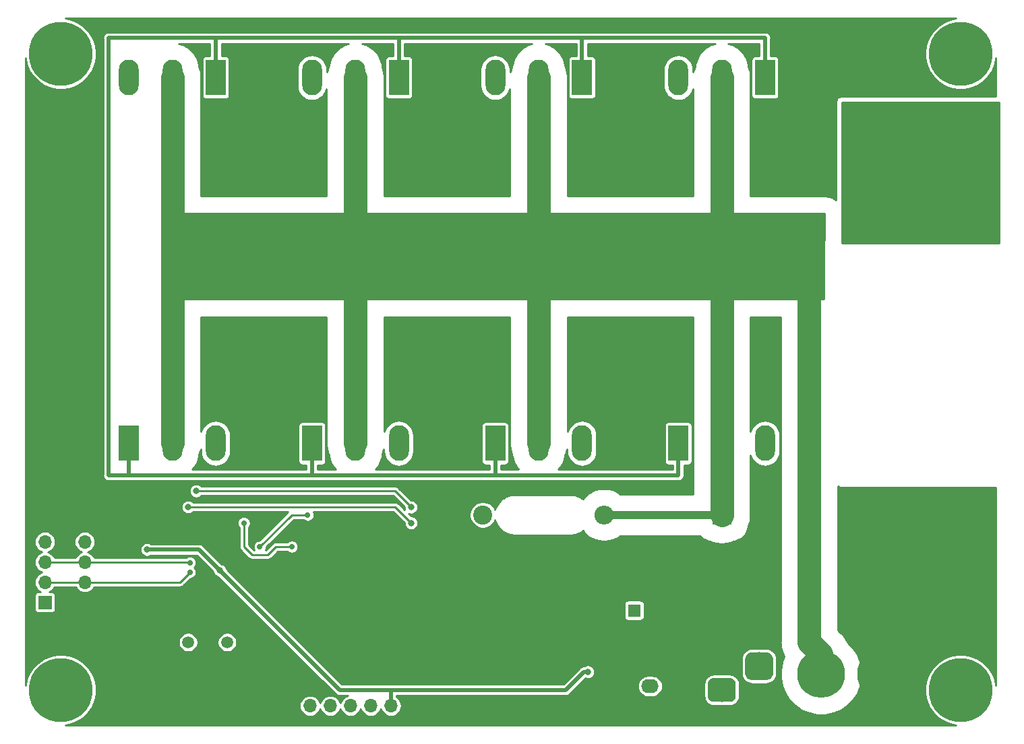
<source format=gbr>
G04 #@! TF.GenerationSoftware,KiCad,Pcbnew,(5.0.1)-3*
G04 #@! TF.CreationDate,2021-05-27T11:26:18+02:00*
G04 #@! TF.ProjectId,mega328 400w load,6D6567613332382034303077206C6F61,rev?*
G04 #@! TF.SameCoordinates,Original*
G04 #@! TF.FileFunction,Copper,L2,Bot,Signal*
G04 #@! TF.FilePolarity,Positive*
%FSLAX46Y46*%
G04 Gerber Fmt 4.6, Leading zero omitted, Abs format (unit mm)*
G04 Created by KiCad (PCBNEW (5.0.1)-3) date 27/05/2021 11:26:18*
%MOMM*%
%LPD*%
G01*
G04 APERTURE LIST*
G04 #@! TA.AperFunction,ComponentPad*
%ADD10R,2.400000X2.400000*%
G04 #@! TD*
G04 #@! TA.AperFunction,ComponentPad*
%ADD11C,2.400000*%
G04 #@! TD*
G04 #@! TA.AperFunction,ComponentPad*
%ADD12O,2.500000X4.500000*%
G04 #@! TD*
G04 #@! TA.AperFunction,ComponentPad*
%ADD13R,2.500000X4.500000*%
G04 #@! TD*
G04 #@! TA.AperFunction,ComponentPad*
%ADD14O,2.400000X2.400000*%
G04 #@! TD*
G04 #@! TA.AperFunction,ComponentPad*
%ADD15C,1.500000*%
G04 #@! TD*
G04 #@! TA.AperFunction,ComponentPad*
%ADD16C,6.000000*%
G04 #@! TD*
G04 #@! TA.AperFunction,Conductor*
%ADD17C,0.050800*%
G04 #@! TD*
G04 #@! TA.AperFunction,ComponentPad*
%ADD18C,1.740000*%
G04 #@! TD*
G04 #@! TA.AperFunction,ComponentPad*
%ADD19O,2.200000X1.740000*%
G04 #@! TD*
G04 #@! TA.AperFunction,ComponentPad*
%ADD20R,3.500000X3.500000*%
G04 #@! TD*
G04 #@! TA.AperFunction,ComponentPad*
%ADD21C,3.000000*%
G04 #@! TD*
G04 #@! TA.AperFunction,ComponentPad*
%ADD22C,3.500000*%
G04 #@! TD*
G04 #@! TA.AperFunction,ComponentPad*
%ADD23C,1.100000*%
G04 #@! TD*
G04 #@! TA.AperFunction,ComponentPad*
%ADD24C,16.800000*%
G04 #@! TD*
G04 #@! TA.AperFunction,ComponentPad*
%ADD25C,0.900000*%
G04 #@! TD*
G04 #@! TA.AperFunction,ComponentPad*
%ADD26C,8.000000*%
G04 #@! TD*
G04 #@! TA.AperFunction,ComponentPad*
%ADD27R,1.600000X1.600000*%
G04 #@! TD*
G04 #@! TA.AperFunction,ComponentPad*
%ADD28C,1.600000*%
G04 #@! TD*
G04 #@! TA.AperFunction,ComponentPad*
%ADD29R,1.700000X1.700000*%
G04 #@! TD*
G04 #@! TA.AperFunction,ComponentPad*
%ADD30O,1.700000X1.700000*%
G04 #@! TD*
G04 #@! TA.AperFunction,ViaPad*
%ADD31C,0.700000*%
G04 #@! TD*
G04 #@! TA.AperFunction,ViaPad*
%ADD32C,0.800000*%
G04 #@! TD*
G04 #@! TA.AperFunction,Conductor*
%ADD33C,0.250000*%
G04 #@! TD*
G04 #@! TA.AperFunction,Conductor*
%ADD34C,0.500000*%
G04 #@! TD*
G04 #@! TA.AperFunction,Conductor*
%ADD35C,3.000000*%
G04 #@! TD*
G04 #@! TA.AperFunction,Conductor*
%ADD36C,1.000000*%
G04 #@! TD*
G04 APERTURE END LIST*
D10*
G04 #@! TO.P,C8,1*
G04 #@! TO.N,+VDC*
X155000000Y-102000000D03*
D11*
G04 #@! TO.P,C8,2*
G04 #@! TO.N,GND*
X155000000Y-109500000D03*
G04 #@! TD*
D12*
G04 #@! TO.P,Q1,3*
G04 #@! TO.N,Net-(J2-Pad1)*
X91450000Y-93000000D03*
G04 #@! TO.P,Q1,2*
G04 #@! TO.N,+VDC*
X86000000Y-93000000D03*
D13*
G04 #@! TO.P,Q1,1*
G04 #@! TO.N,Net-(C5-Pad1)*
X80550000Y-93000000D03*
G04 #@! TD*
G04 #@! TO.P,Q2,1*
G04 #@! TO.N,Net-(C5-Pad1)*
X103550000Y-93000000D03*
D12*
G04 #@! TO.P,Q2,2*
G04 #@! TO.N,+VDC*
X109000000Y-93000000D03*
G04 #@! TO.P,Q2,3*
G04 #@! TO.N,Net-(J2-Pad1)*
X114450000Y-93000000D03*
G04 #@! TD*
G04 #@! TO.P,Q3,3*
G04 #@! TO.N,Net-(J2-Pad1)*
X137450000Y-93000000D03*
G04 #@! TO.P,Q3,2*
G04 #@! TO.N,+VDC*
X132000000Y-93000000D03*
D13*
G04 #@! TO.P,Q3,1*
G04 #@! TO.N,Net-(C5-Pad1)*
X126550000Y-93000000D03*
G04 #@! TD*
G04 #@! TO.P,Q4,1*
G04 #@! TO.N,Net-(C5-Pad1)*
X149550000Y-93000000D03*
D12*
G04 #@! TO.P,Q4,2*
G04 #@! TO.N,+VDC*
X155000000Y-93000000D03*
G04 #@! TO.P,Q4,3*
G04 #@! TO.N,Net-(J2-Pad1)*
X160450000Y-93000000D03*
G04 #@! TD*
G04 #@! TO.P,Q5,3*
G04 #@! TO.N,Net-(J2-Pad1)*
X149550000Y-47000000D03*
G04 #@! TO.P,Q5,2*
G04 #@! TO.N,+VDC*
X155000000Y-47000000D03*
D13*
G04 #@! TO.P,Q5,1*
G04 #@! TO.N,Net-(C5-Pad1)*
X160450000Y-47000000D03*
G04 #@! TD*
G04 #@! TO.P,Q6,1*
G04 #@! TO.N,Net-(C5-Pad1)*
X137450000Y-47000000D03*
D12*
G04 #@! TO.P,Q6,2*
G04 #@! TO.N,+VDC*
X132000000Y-47000000D03*
G04 #@! TO.P,Q6,3*
G04 #@! TO.N,Net-(J2-Pad1)*
X126550000Y-47000000D03*
G04 #@! TD*
G04 #@! TO.P,Q7,3*
G04 #@! TO.N,Net-(J2-Pad1)*
X103550000Y-47000000D03*
G04 #@! TO.P,Q7,2*
G04 #@! TO.N,+VDC*
X109000000Y-47000000D03*
D13*
G04 #@! TO.P,Q7,1*
G04 #@! TO.N,Net-(C5-Pad1)*
X114450000Y-47000000D03*
G04 #@! TD*
G04 #@! TO.P,Q8,1*
G04 #@! TO.N,Net-(C5-Pad1)*
X91450000Y-47000000D03*
D12*
G04 #@! TO.P,Q8,2*
G04 #@! TO.N,+VDC*
X86000000Y-47000000D03*
G04 #@! TO.P,Q8,3*
G04 #@! TO.N,Net-(J2-Pad1)*
X80550000Y-47000000D03*
G04 #@! TD*
D11*
G04 #@! TO.P,R2,1*
G04 #@! TO.N,Vsense*
X125000000Y-102000000D03*
D14*
G04 #@! TO.P,R2,2*
G04 #@! TO.N,+VDC*
X140240000Y-102000000D03*
G04 #@! TD*
D15*
G04 #@! TO.P,Y1,1*
G04 #@! TO.N,Net-(C4-Pad2)*
X88000000Y-118000000D03*
G04 #@! TO.P,Y1,2*
G04 #@! TO.N,Net-(C6-Pad2)*
X92880000Y-118000000D03*
G04 #@! TD*
D16*
G04 #@! TO.P,J6,1*
G04 #@! TO.N,GND*
X175000000Y-122000000D03*
G04 #@! TO.P,J6,2*
G04 #@! TO.N,+VDC*
X167500000Y-122000000D03*
G04 #@! TD*
D17*
G04 #@! TO.N,GND*
G04 #@! TO.C,J7*
G36*
X146874505Y-120131204D02*
X146898773Y-120134804D01*
X146922572Y-120140765D01*
X146945671Y-120149030D01*
X146967850Y-120159520D01*
X146988893Y-120172132D01*
X147008599Y-120186747D01*
X147026777Y-120203223D01*
X147043253Y-120221401D01*
X147057868Y-120241107D01*
X147070480Y-120262150D01*
X147080970Y-120284329D01*
X147089235Y-120307428D01*
X147095196Y-120331227D01*
X147098796Y-120355495D01*
X147100000Y-120379999D01*
X147100000Y-121620001D01*
X147098796Y-121644505D01*
X147095196Y-121668773D01*
X147089235Y-121692572D01*
X147080970Y-121715671D01*
X147070480Y-121737850D01*
X147057868Y-121758893D01*
X147043253Y-121778599D01*
X147026777Y-121796777D01*
X147008599Y-121813253D01*
X146988893Y-121827868D01*
X146967850Y-121840480D01*
X146945671Y-121850970D01*
X146922572Y-121859235D01*
X146898773Y-121865196D01*
X146874505Y-121868796D01*
X146850001Y-121870000D01*
X145149999Y-121870000D01*
X145125495Y-121868796D01*
X145101227Y-121865196D01*
X145077428Y-121859235D01*
X145054329Y-121850970D01*
X145032150Y-121840480D01*
X145011107Y-121827868D01*
X144991401Y-121813253D01*
X144973223Y-121796777D01*
X144956747Y-121778599D01*
X144942132Y-121758893D01*
X144929520Y-121737850D01*
X144919030Y-121715671D01*
X144910765Y-121692572D01*
X144904804Y-121668773D01*
X144901204Y-121644505D01*
X144900000Y-121620001D01*
X144900000Y-120379999D01*
X144901204Y-120355495D01*
X144904804Y-120331227D01*
X144910765Y-120307428D01*
X144919030Y-120284329D01*
X144929520Y-120262150D01*
X144942132Y-120241107D01*
X144956747Y-120221401D01*
X144973223Y-120203223D01*
X144991401Y-120186747D01*
X145011107Y-120172132D01*
X145032150Y-120159520D01*
X145054329Y-120149030D01*
X145077428Y-120140765D01*
X145101227Y-120134804D01*
X145125495Y-120131204D01*
X145149999Y-120130000D01*
X146850001Y-120130000D01*
X146874505Y-120131204D01*
X146874505Y-120131204D01*
G37*
D18*
G04 #@! TD*
G04 #@! TO.P,J7,1*
G04 #@! TO.N,GND*
X146000000Y-121000000D03*
D19*
G04 #@! TO.P,J7,2*
G04 #@! TO.N,+12V*
X146000000Y-123540000D03*
G04 #@! TD*
D20*
G04 #@! TO.P,J8,1*
G04 #@! TO.N,GND*
X155000000Y-118000000D03*
D17*
G04 #@! TD*
G04 #@! TO.N,+12V*
G04 #@! TO.C,J8*
G36*
X156073513Y-122503611D02*
X156146318Y-122514411D01*
X156217714Y-122532295D01*
X156287013Y-122557090D01*
X156353548Y-122588559D01*
X156416678Y-122626398D01*
X156475795Y-122670242D01*
X156530330Y-122719670D01*
X156579758Y-122774205D01*
X156623602Y-122833322D01*
X156661441Y-122896452D01*
X156692910Y-122962987D01*
X156717705Y-123032286D01*
X156735589Y-123103682D01*
X156746389Y-123176487D01*
X156750000Y-123250000D01*
X156750000Y-124750000D01*
X156746389Y-124823513D01*
X156735589Y-124896318D01*
X156717705Y-124967714D01*
X156692910Y-125037013D01*
X156661441Y-125103548D01*
X156623602Y-125166678D01*
X156579758Y-125225795D01*
X156530330Y-125280330D01*
X156475795Y-125329758D01*
X156416678Y-125373602D01*
X156353548Y-125411441D01*
X156287013Y-125442910D01*
X156217714Y-125467705D01*
X156146318Y-125485589D01*
X156073513Y-125496389D01*
X156000000Y-125500000D01*
X154000000Y-125500000D01*
X153926487Y-125496389D01*
X153853682Y-125485589D01*
X153782286Y-125467705D01*
X153712987Y-125442910D01*
X153646452Y-125411441D01*
X153583322Y-125373602D01*
X153524205Y-125329758D01*
X153469670Y-125280330D01*
X153420242Y-125225795D01*
X153376398Y-125166678D01*
X153338559Y-125103548D01*
X153307090Y-125037013D01*
X153282295Y-124967714D01*
X153264411Y-124896318D01*
X153253611Y-124823513D01*
X153250000Y-124750000D01*
X153250000Y-123250000D01*
X153253611Y-123176487D01*
X153264411Y-123103682D01*
X153282295Y-123032286D01*
X153307090Y-122962987D01*
X153338559Y-122896452D01*
X153376398Y-122833322D01*
X153420242Y-122774205D01*
X153469670Y-122719670D01*
X153524205Y-122670242D01*
X153583322Y-122626398D01*
X153646452Y-122588559D01*
X153712987Y-122557090D01*
X153782286Y-122532295D01*
X153853682Y-122514411D01*
X153926487Y-122503611D01*
X154000000Y-122500000D01*
X156000000Y-122500000D01*
X156073513Y-122503611D01*
X156073513Y-122503611D01*
G37*
D21*
G04 #@! TO.P,J8,2*
G04 #@! TO.N,+12V*
X155000000Y-124000000D03*
D17*
G04 #@! TD*
G04 #@! TO.N,N/C*
G04 #@! TO.C,J8*
G36*
X160660765Y-119254213D02*
X160745704Y-119266813D01*
X160828999Y-119287677D01*
X160909848Y-119316605D01*
X160987472Y-119353319D01*
X161061124Y-119397464D01*
X161130094Y-119448616D01*
X161193718Y-119506282D01*
X161251384Y-119569906D01*
X161302536Y-119638876D01*
X161346681Y-119712528D01*
X161383395Y-119790152D01*
X161412323Y-119871001D01*
X161433187Y-119954296D01*
X161445787Y-120039235D01*
X161450000Y-120125000D01*
X161450000Y-121875000D01*
X161445787Y-121960765D01*
X161433187Y-122045704D01*
X161412323Y-122128999D01*
X161383395Y-122209848D01*
X161346681Y-122287472D01*
X161302536Y-122361124D01*
X161251384Y-122430094D01*
X161193718Y-122493718D01*
X161130094Y-122551384D01*
X161061124Y-122602536D01*
X160987472Y-122646681D01*
X160909848Y-122683395D01*
X160828999Y-122712323D01*
X160745704Y-122733187D01*
X160660765Y-122745787D01*
X160575000Y-122750000D01*
X158825000Y-122750000D01*
X158739235Y-122745787D01*
X158654296Y-122733187D01*
X158571001Y-122712323D01*
X158490152Y-122683395D01*
X158412528Y-122646681D01*
X158338876Y-122602536D01*
X158269906Y-122551384D01*
X158206282Y-122493718D01*
X158148616Y-122430094D01*
X158097464Y-122361124D01*
X158053319Y-122287472D01*
X158016605Y-122209848D01*
X157987677Y-122128999D01*
X157966813Y-122045704D01*
X157954213Y-121960765D01*
X157950000Y-121875000D01*
X157950000Y-120125000D01*
X157954213Y-120039235D01*
X157966813Y-119954296D01*
X157987677Y-119871001D01*
X158016605Y-119790152D01*
X158053319Y-119712528D01*
X158097464Y-119638876D01*
X158148616Y-119569906D01*
X158206282Y-119506282D01*
X158269906Y-119448616D01*
X158338876Y-119397464D01*
X158412528Y-119353319D01*
X158490152Y-119316605D01*
X158571001Y-119287677D01*
X158654296Y-119266813D01*
X158739235Y-119254213D01*
X158825000Y-119250000D01*
X160575000Y-119250000D01*
X160660765Y-119254213D01*
X160660765Y-119254213D01*
G37*
D22*
G04 #@! TO.P,J8,3*
G04 #@! TO.N,N/C*
X159700000Y-121000000D03*
G04 #@! TD*
D23*
G04 #@! TO.P,J2,1*
G04 #@! TO.N,Net-(J2-Pad1)*
X185454773Y-54545227D03*
X181000000Y-52700000D03*
X176545227Y-54545227D03*
X174700000Y-59000000D03*
X176545227Y-63454773D03*
X181000000Y-65300000D03*
X185454773Y-63454773D03*
X187300000Y-59000000D03*
D24*
X181000000Y-59000000D03*
G04 #@! TD*
G04 #@! TO.P,J3,1*
G04 #@! TO.N,GND*
X181000000Y-107000000D03*
D23*
X187300000Y-107000000D03*
X185454773Y-111454773D03*
X181000000Y-113300000D03*
X176545227Y-111454773D03*
X174700000Y-107000000D03*
X176545227Y-102545227D03*
X181000000Y-100700000D03*
X185454773Y-102545227D03*
G04 #@! TD*
D25*
G04 #@! TO.P,REF\002A\002A,1*
G04 #@! TO.N,N/C*
X187121320Y-121878680D03*
X185000000Y-121000000D03*
X182878680Y-121878680D03*
X182000000Y-124000000D03*
X182878680Y-126121320D03*
X185000000Y-127000000D03*
X187121320Y-126121320D03*
X188000000Y-124000000D03*
D26*
X185000000Y-124000000D03*
G04 #@! TD*
D25*
G04 #@! TO.P,REF\002A\002A,1*
G04 #@! TO.N,N/C*
X74121320Y-41878680D03*
X72000000Y-41000000D03*
X69878680Y-41878680D03*
X69000000Y-44000000D03*
X69878680Y-46121320D03*
X72000000Y-47000000D03*
X74121320Y-46121320D03*
X75000000Y-44000000D03*
D26*
X72000000Y-44000000D03*
G04 #@! TD*
D25*
G04 #@! TO.P,REF\002A\002A,1*
G04 #@! TO.N,N/C*
X74121320Y-121878680D03*
X72000000Y-121000000D03*
X69878680Y-121878680D03*
X69000000Y-124000000D03*
X69878680Y-126121320D03*
X72000000Y-127000000D03*
X74121320Y-126121320D03*
X75000000Y-124000000D03*
D26*
X72000000Y-124000000D03*
G04 #@! TD*
D25*
G04 #@! TO.P,REF\002A\002A,1*
G04 #@! TO.N,N/C*
X187121320Y-41878680D03*
X185000000Y-41000000D03*
X182878680Y-41878680D03*
X182000000Y-44000000D03*
X182878680Y-46121320D03*
X185000000Y-47000000D03*
X187121320Y-46121320D03*
X188000000Y-44000000D03*
D26*
X185000000Y-44000000D03*
G04 #@! TD*
D27*
G04 #@! TO.P,C14,1*
G04 #@! TO.N,+12V*
X144000000Y-114000000D03*
D28*
G04 #@! TO.P,C14,2*
G04 #@! TO.N,GND*
X141500000Y-114000000D03*
G04 #@! TD*
D29*
G04 #@! TO.P,J4,1*
G04 #@! TO.N,GND*
X75000000Y-113000000D03*
D30*
G04 #@! TO.P,J4,2*
G04 #@! TO.N,TX*
X75000000Y-110460000D03*
G04 #@! TO.P,J4,3*
G04 #@! TO.N,RX*
X75000000Y-107920000D03*
G04 #@! TO.P,J4,4*
G04 #@! TO.N,+5V*
X75000000Y-105380000D03*
G04 #@! TD*
D29*
G04 #@! TO.P,J5,1*
G04 #@! TO.N,Net-(C7-Pad2)*
X70000000Y-113000000D03*
D30*
G04 #@! TO.P,J5,2*
G04 #@! TO.N,TX*
X70000000Y-110460000D03*
G04 #@! TO.P,J5,3*
G04 #@! TO.N,RX*
X70000000Y-107920000D03*
G04 #@! TO.P,J5,4*
G04 #@! TO.N,+5V*
X70000000Y-105380000D03*
G04 #@! TO.P,J5,5*
G04 #@! TO.N,GND*
X70000000Y-102840000D03*
G04 #@! TO.P,J5,6*
X70000000Y-100300000D03*
G04 #@! TD*
D29*
G04 #@! TO.P,J9,1*
G04 #@! TO.N,GND*
X116000000Y-126000000D03*
D30*
G04 #@! TO.P,J9,2*
G04 #@! TO.N,+5V*
X113460000Y-126000000D03*
G04 #@! TO.P,J9,3*
G04 #@! TO.N,MISO*
X110920000Y-126000000D03*
G04 #@! TO.P,J9,4*
G04 #@! TO.N,MOSI*
X108380000Y-126000000D03*
G04 #@! TO.P,J9,5*
G04 #@! TO.N,SCK*
X105840000Y-126000000D03*
G04 #@! TO.P,J9,6*
G04 #@! TO.N,CS*
X103300000Y-126000000D03*
G04 #@! TD*
D31*
G04 #@! TO.N,GND*
X129500000Y-126000000D03*
X134000000Y-126000000D03*
X134000000Y-122000000D03*
X129500000Y-122000000D03*
X91500000Y-113000000D03*
X89500000Y-109000000D03*
X91500000Y-105500000D03*
X88000000Y-113000000D03*
X90500000Y-122000000D03*
X120000000Y-120000000D03*
X128000000Y-115000000D03*
X134000000Y-115000000D03*
X139500000Y-124000000D03*
X100000000Y-85000000D03*
X125000000Y-85000000D03*
X145000000Y-85000000D03*
X97000000Y-50000000D03*
X120500000Y-50000000D03*
X143500000Y-50000000D03*
X166500000Y-50000000D03*
X74500000Y-50000000D03*
X75000000Y-90000000D03*
X80000000Y-100000000D03*
X84000000Y-104000000D03*
X80000000Y-120000000D03*
X116000000Y-105000000D03*
X120000000Y-110000000D03*
X120000000Y-115000000D03*
X171000000Y-99000000D03*
X171000000Y-101000000D03*
X171000000Y-103000000D03*
X171000000Y-105000000D03*
X171000000Y-107000000D03*
X171000000Y-109000000D03*
X171000000Y-111000000D03*
X171000000Y-113000000D03*
X171000000Y-115000000D03*
X161000000Y-99000000D03*
X161000000Y-101000000D03*
X161000000Y-103000000D03*
X161000000Y-109000000D03*
X161000000Y-111000000D03*
X161000000Y-113000000D03*
X161000000Y-115000000D03*
X100000000Y-126000000D03*
X98000000Y-122000000D03*
X189000000Y-99000000D03*
X187000000Y-99000000D03*
X189000000Y-101000000D03*
X173000000Y-99000000D03*
X173000000Y-115000000D03*
X189000000Y-115000000D03*
X189000000Y-113000000D03*
X187000000Y-115000000D03*
X179000000Y-128000000D03*
X164000000Y-128000000D03*
D32*
X122000000Y-104000000D03*
X116000000Y-115000000D03*
X116000000Y-110000000D03*
X145000000Y-99000000D03*
X125000000Y-99000000D03*
X108000000Y-103000000D03*
X121000000Y-93000000D03*
X145000000Y-105000000D03*
G04 #@! TO.N,Vsense*
X89000000Y-99000000D03*
X116000000Y-101025000D03*
G04 #@! TO.N,+5V*
X138200000Y-121720000D03*
X82837500Y-106350000D03*
X92000000Y-109000000D03*
D31*
G04 #@! TO.N,TX*
X88200000Y-109200000D03*
G04 #@! TO.N,RX*
X88200000Y-108000000D03*
G04 #@! TO.N,GATE*
X103000000Y-102000000D03*
X97000000Y-106000000D03*
D32*
G04 #@! TO.N,Isense*
X88000000Y-101000000D03*
X116000000Y-103000000D03*
D31*
G04 #@! TO.N,Net-(J2-Pad1)*
X171000000Y-67000000D03*
X171000000Y-51000000D03*
X189000000Y-51000000D03*
X189000000Y-67000000D03*
X188000000Y-67000000D03*
X187000000Y-67000000D03*
X189000000Y-66000000D03*
X189000000Y-65000000D03*
X189000000Y-52000000D03*
X189000000Y-53000000D03*
X188000000Y-51000000D03*
X187000000Y-51000000D03*
X172000000Y-51000000D03*
X173000000Y-51000000D03*
X171000000Y-52000000D03*
X171000000Y-53000000D03*
X171000000Y-66000000D03*
X171000000Y-65000000D03*
X172000000Y-67000000D03*
X173000000Y-67000000D03*
G04 #@! TO.N,SCK*
X95000000Y-103000000D03*
X101000000Y-106000000D03*
G04 #@! TD*
D33*
G04 #@! TO.N,Vsense*
X113975000Y-99000000D02*
X116000000Y-101025000D01*
X89000000Y-99000000D02*
X113975000Y-99000000D01*
D34*
G04 #@! TO.N,Net-(C5-Pad1)*
X160450000Y-47000000D02*
X160450000Y-42000000D01*
X91450000Y-47000000D02*
X91450000Y-42000000D01*
X91450000Y-42000000D02*
X89000000Y-42000000D01*
X114450000Y-47000000D02*
X114450000Y-42000000D01*
X114450000Y-42000000D02*
X91450000Y-42000000D01*
X149550000Y-93000000D02*
X149550000Y-97000000D01*
X80550000Y-93000000D02*
X80550000Y-97000000D01*
X80550000Y-97000000D02*
X79000000Y-97000000D01*
X103550000Y-93000000D02*
X103550000Y-97000000D01*
X103550000Y-97000000D02*
X80550000Y-97000000D01*
X126550000Y-93000000D02*
X126550000Y-97000000D01*
X149550000Y-97000000D02*
X126550000Y-97000000D01*
X126550000Y-97000000D02*
X103550000Y-97000000D01*
X89000000Y-42000000D02*
X78000000Y-42000000D01*
X78000000Y-42000000D02*
X78000000Y-97000000D01*
X78000000Y-97000000D02*
X79000000Y-97000000D01*
X137450000Y-47000000D02*
X137450000Y-42000000D01*
X160450000Y-42000000D02*
X137450000Y-42000000D01*
X137450000Y-42000000D02*
X114450000Y-42000000D01*
D35*
G04 #@! TO.N,+VDC*
X167500000Y-122000000D02*
X167500000Y-119500000D01*
X167500000Y-119500000D02*
X166000000Y-118000000D01*
X155000000Y-93000000D02*
X155000000Y-102000000D01*
D36*
X140240000Y-102000000D02*
X155000000Y-102000000D01*
D35*
X86000000Y-70000000D02*
X109000000Y-70000000D01*
X109000000Y-70000000D02*
X109000000Y-93000000D01*
X109000000Y-47000000D02*
X109000000Y-70000000D01*
X86000000Y-70000000D02*
X86000000Y-93000000D01*
X86000000Y-47000000D02*
X86000000Y-70000000D01*
X109000000Y-70000000D02*
X132000000Y-70000000D01*
X132000000Y-47000000D02*
X132000000Y-70000000D01*
X132000000Y-70000000D02*
X132000000Y-93000000D01*
X132000000Y-70000000D02*
X155000000Y-70000000D01*
X155000000Y-47000000D02*
X155000000Y-70000000D01*
X155000000Y-70000000D02*
X155000000Y-93000000D01*
X155000000Y-70000000D02*
X166000000Y-70000000D01*
X166000000Y-70000000D02*
X166000000Y-118000000D01*
D34*
G04 #@! TO.N,+5V*
X89350000Y-106350000D02*
X82837500Y-106350000D01*
X107000000Y-124000000D02*
X92000000Y-109000000D01*
X138200000Y-121720000D02*
X137700000Y-121720000D01*
X137700000Y-121720000D02*
X135420000Y-124000000D01*
X92000000Y-109000000D02*
X89350000Y-106350000D01*
X113460000Y-126000000D02*
X113460000Y-124000000D01*
X135420000Y-124000000D02*
X113460000Y-124000000D01*
X113460000Y-124000000D02*
X107000000Y-124000000D01*
D33*
G04 #@! TO.N,TX*
X70000000Y-110460000D02*
X75000000Y-110460000D01*
X86940000Y-110460000D02*
X88200000Y-109200000D01*
X75000000Y-110460000D02*
X86940000Y-110460000D01*
G04 #@! TO.N,RX*
X75000000Y-107920000D02*
X70000000Y-107920000D01*
X88120000Y-107920000D02*
X88200000Y-108000000D01*
X75000000Y-107920000D02*
X88120000Y-107920000D01*
G04 #@! TO.N,GATE*
X97000000Y-106000000D02*
X101000000Y-102000000D01*
X101000000Y-102000000D02*
X103000000Y-102000000D01*
G04 #@! TO.N,Isense*
X114000000Y-101000000D02*
X116000000Y-103000000D01*
X88000000Y-101000000D02*
X114000000Y-101000000D01*
G04 #@! TO.N,SCK*
X95000000Y-106000000D02*
X95000000Y-103000000D01*
X96000000Y-107000000D02*
X95000000Y-106000000D01*
X98000000Y-107000000D02*
X96000000Y-107000000D01*
X101000000Y-106000000D02*
X99000000Y-106000000D01*
X99000000Y-106000000D02*
X98000000Y-107000000D01*
G04 #@! TD*
G04 #@! TO.N,+VDC*
G36*
X167875000Y-67426422D02*
X167831833Y-67568725D01*
X167789356Y-68000000D01*
X167800000Y-68108070D01*
X167800000Y-74875000D01*
X85125000Y-74875000D01*
X85125000Y-64125000D01*
X167875000Y-64125000D01*
X167875000Y-67426422D01*
X167875000Y-67426422D01*
G37*
X167875000Y-67426422D02*
X167831833Y-67568725D01*
X167789356Y-68000000D01*
X167800000Y-68108070D01*
X167800000Y-74875000D01*
X85125000Y-74875000D01*
X85125000Y-64125000D01*
X167875000Y-64125000D01*
X167875000Y-67426422D01*
G04 #@! TO.N,GND*
G36*
X183694691Y-39696971D02*
X182880292Y-40034306D01*
X182147354Y-40524040D01*
X181524040Y-41147354D01*
X181034306Y-41880292D01*
X180696971Y-42694691D01*
X180525000Y-43559251D01*
X180525000Y-44440749D01*
X180696971Y-45305309D01*
X181034306Y-46119708D01*
X181524040Y-46852646D01*
X182147354Y-47475960D01*
X182880292Y-47965694D01*
X183694691Y-48303029D01*
X184559251Y-48475000D01*
X185440749Y-48475000D01*
X186305309Y-48303029D01*
X187119708Y-47965694D01*
X187852646Y-47475960D01*
X188475960Y-46852646D01*
X188965694Y-46119708D01*
X189303029Y-45305309D01*
X189450000Y-44566433D01*
X189450000Y-49375000D01*
X170000000Y-49375000D01*
X169760823Y-49422575D01*
X169558058Y-49558058D01*
X169422575Y-49760823D01*
X169375000Y-50000000D01*
X169375000Y-62412137D01*
X168813202Y-62036756D01*
X168000000Y-61875000D01*
X158625000Y-61875000D01*
X158625000Y-46821923D01*
X158572549Y-46289376D01*
X158365267Y-45606061D01*
X158349654Y-45576851D01*
X158326167Y-45338384D01*
X158133180Y-44702194D01*
X157819788Y-44115878D01*
X157398032Y-43601968D01*
X156884122Y-43180212D01*
X156297806Y-42866820D01*
X155830290Y-42725000D01*
X159725001Y-42725000D01*
X159725001Y-44272702D01*
X159200000Y-44272702D01*
X159106884Y-44281873D01*
X159017346Y-44309034D01*
X158934827Y-44353141D01*
X158862499Y-44412499D01*
X158803141Y-44484827D01*
X158759034Y-44567346D01*
X158731873Y-44656884D01*
X158722702Y-44750000D01*
X158722702Y-49250000D01*
X158731873Y-49343116D01*
X158759034Y-49432654D01*
X158803141Y-49515173D01*
X158862499Y-49587501D01*
X158934827Y-49646859D01*
X159017346Y-49690966D01*
X159106884Y-49718127D01*
X159200000Y-49727298D01*
X161700000Y-49727298D01*
X161793116Y-49718127D01*
X161882654Y-49690966D01*
X161965173Y-49646859D01*
X162037501Y-49587501D01*
X162096859Y-49515173D01*
X162140966Y-49432654D01*
X162168127Y-49343116D01*
X162177298Y-49250000D01*
X162177298Y-44750000D01*
X162168127Y-44656884D01*
X162140966Y-44567346D01*
X162096859Y-44484827D01*
X162037501Y-44412499D01*
X161965173Y-44353141D01*
X161882654Y-44309034D01*
X161793116Y-44281873D01*
X161700000Y-44272702D01*
X161175000Y-44272702D01*
X161175000Y-42035607D01*
X161178507Y-42000000D01*
X161164509Y-41857875D01*
X161123053Y-41721212D01*
X161055731Y-41595263D01*
X160965132Y-41484868D01*
X160854737Y-41394269D01*
X160728788Y-41326947D01*
X160592125Y-41285491D01*
X160485607Y-41275000D01*
X160450000Y-41271493D01*
X160414393Y-41275000D01*
X137485607Y-41275000D01*
X137450000Y-41271493D01*
X137414393Y-41275000D01*
X114485607Y-41275000D01*
X114450000Y-41271493D01*
X114414393Y-41275000D01*
X91485607Y-41275000D01*
X91450000Y-41271493D01*
X91414393Y-41275000D01*
X78035607Y-41275000D01*
X78000000Y-41271493D01*
X77964393Y-41275000D01*
X77857875Y-41285491D01*
X77721212Y-41326947D01*
X77595263Y-41394269D01*
X77484868Y-41484868D01*
X77394269Y-41595263D01*
X77326947Y-41721212D01*
X77285491Y-41857875D01*
X77271493Y-42000000D01*
X77275000Y-42035607D01*
X77275001Y-96964382D01*
X77271493Y-97000000D01*
X77285491Y-97142125D01*
X77326947Y-97278788D01*
X77394269Y-97404737D01*
X77484868Y-97515132D01*
X77595263Y-97605731D01*
X77721212Y-97673053D01*
X77857875Y-97714509D01*
X77964393Y-97725000D01*
X78000000Y-97728507D01*
X78035607Y-97725000D01*
X80514393Y-97725000D01*
X80550000Y-97728507D01*
X80585607Y-97725000D01*
X103514393Y-97725000D01*
X103550000Y-97728507D01*
X103585607Y-97725000D01*
X126514393Y-97725000D01*
X126550000Y-97728507D01*
X126585607Y-97725000D01*
X149514393Y-97725000D01*
X149550000Y-97728507D01*
X149585607Y-97725000D01*
X149692125Y-97714509D01*
X149828788Y-97673053D01*
X149954737Y-97605731D01*
X150065132Y-97515132D01*
X150155731Y-97404737D01*
X150223053Y-97278788D01*
X150264509Y-97142125D01*
X150278507Y-97000000D01*
X150275000Y-96964393D01*
X150275000Y-95727298D01*
X150800000Y-95727298D01*
X150893116Y-95718127D01*
X150982654Y-95690966D01*
X151065173Y-95646859D01*
X151137501Y-95587501D01*
X151196859Y-95515173D01*
X151240966Y-95432654D01*
X151268127Y-95343116D01*
X151277298Y-95250000D01*
X151277298Y-90750000D01*
X151268127Y-90656884D01*
X151240966Y-90567346D01*
X151196859Y-90484827D01*
X151137501Y-90412499D01*
X151065173Y-90353141D01*
X150982654Y-90309034D01*
X150893116Y-90281873D01*
X150800000Y-90272702D01*
X148300000Y-90272702D01*
X148206884Y-90281873D01*
X148117346Y-90309034D01*
X148034827Y-90353141D01*
X147962499Y-90412499D01*
X147903141Y-90484827D01*
X147859034Y-90567346D01*
X147831873Y-90656884D01*
X147822702Y-90750000D01*
X147822702Y-95250000D01*
X147831873Y-95343116D01*
X147859034Y-95432654D01*
X147903141Y-95515173D01*
X147962499Y-95587501D01*
X148034827Y-95646859D01*
X148117346Y-95690966D01*
X148206884Y-95718127D01*
X148300000Y-95727298D01*
X148825001Y-95727298D01*
X148825001Y-96275000D01*
X134499002Y-96275000D01*
X134819788Y-95884122D01*
X135133180Y-95297806D01*
X135326167Y-94661616D01*
X135349654Y-94423149D01*
X135365267Y-94393939D01*
X135572549Y-93710624D01*
X135575001Y-93685730D01*
X135575001Y-94092109D01*
X135602131Y-94367564D01*
X135709345Y-94721003D01*
X135883452Y-95046734D01*
X136117761Y-95332240D01*
X136403267Y-95566549D01*
X136728998Y-95740656D01*
X137082437Y-95847870D01*
X137450000Y-95884072D01*
X137817564Y-95847870D01*
X138171003Y-95740656D01*
X138496734Y-95566549D01*
X138782240Y-95332240D01*
X139016549Y-95046734D01*
X139190656Y-94721003D01*
X139297870Y-94367564D01*
X139325000Y-94092109D01*
X139325000Y-91907891D01*
X139297870Y-91632436D01*
X139190656Y-91278997D01*
X139016549Y-90953266D01*
X138782240Y-90667760D01*
X138496733Y-90433451D01*
X138171002Y-90259344D01*
X137817563Y-90152130D01*
X137450000Y-90115928D01*
X137082436Y-90152130D01*
X136728997Y-90259344D01*
X136403266Y-90433451D01*
X136117760Y-90667760D01*
X135883451Y-90953267D01*
X135709344Y-91278998D01*
X135625000Y-91557044D01*
X135625000Y-77125000D01*
X151375000Y-77125000D01*
X151375001Y-92821914D01*
X151375000Y-92821924D01*
X151375001Y-99375000D01*
X142282656Y-99375000D01*
X142096209Y-99221987D01*
X141518579Y-98913237D01*
X140891814Y-98723110D01*
X140403344Y-98675000D01*
X140076656Y-98675000D01*
X139588186Y-98723110D01*
X138961421Y-98913237D01*
X138383791Y-99221987D01*
X137877494Y-99637494D01*
X137574895Y-100006213D01*
X137454399Y-99907939D01*
X137412862Y-99880342D01*
X137371747Y-99852190D01*
X137364993Y-99848537D01*
X137020351Y-99665287D01*
X136974249Y-99646285D01*
X136928443Y-99626653D01*
X136921108Y-99624382D01*
X136547436Y-99511564D01*
X136498525Y-99501880D01*
X136449777Y-99491518D01*
X136442140Y-99490715D01*
X136053671Y-99452625D01*
X136027018Y-99450000D01*
X128972982Y-99450000D01*
X128971071Y-99450188D01*
X128968235Y-99450208D01*
X128943385Y-99452820D01*
X128918405Y-99452820D01*
X128910768Y-99453623D01*
X128522869Y-99497133D01*
X128474146Y-99507490D01*
X128425210Y-99517179D01*
X128417874Y-99519450D01*
X128045813Y-99637474D01*
X127999968Y-99657123D01*
X127953907Y-99676108D01*
X127947151Y-99679760D01*
X127605101Y-99867805D01*
X127563968Y-99895969D01*
X127522450Y-99923554D01*
X127516538Y-99928445D01*
X127516532Y-99928449D01*
X127516527Y-99928454D01*
X127217522Y-100179349D01*
X127182637Y-100214972D01*
X127147273Y-100250090D01*
X127142419Y-100256041D01*
X126897835Y-100560242D01*
X126870521Y-100601982D01*
X126842664Y-100643281D01*
X126839059Y-100650061D01*
X126658220Y-100995974D01*
X126639539Y-101042213D01*
X126620229Y-101088148D01*
X126618009Y-101095499D01*
X126543381Y-101349064D01*
X126484366Y-101206590D01*
X126301058Y-100932249D01*
X126067751Y-100698942D01*
X125793410Y-100515634D01*
X125488580Y-100389369D01*
X125164973Y-100325000D01*
X124835027Y-100325000D01*
X124511420Y-100389369D01*
X124206590Y-100515634D01*
X123932249Y-100698942D01*
X123698942Y-100932249D01*
X123515634Y-101206590D01*
X123389369Y-101511420D01*
X123325000Y-101835027D01*
X123325000Y-102164973D01*
X123389369Y-102488580D01*
X123515634Y-102793410D01*
X123698942Y-103067751D01*
X123932249Y-103301058D01*
X124206590Y-103484366D01*
X124511420Y-103610631D01*
X124835027Y-103675000D01*
X125164973Y-103675000D01*
X125488580Y-103610631D01*
X125793410Y-103484366D01*
X126067751Y-103301058D01*
X126301058Y-103067751D01*
X126484366Y-102793410D01*
X126542655Y-102652689D01*
X126630871Y-102937670D01*
X126650186Y-102983618D01*
X126668862Y-103029843D01*
X126672467Y-103036624D01*
X126858118Y-103379979D01*
X126885997Y-103421311D01*
X126913290Y-103463019D01*
X126918143Y-103468970D01*
X127166950Y-103769725D01*
X127202333Y-103804862D01*
X127237199Y-103840465D01*
X127243116Y-103845360D01*
X127545600Y-104092061D01*
X127587152Y-104119668D01*
X127628252Y-104147810D01*
X127635007Y-104151463D01*
X127979649Y-104334713D01*
X128025725Y-104353704D01*
X128071556Y-104373347D01*
X128078892Y-104375618D01*
X128452563Y-104488436D01*
X128501489Y-104498123D01*
X128550223Y-104508482D01*
X128557860Y-104509285D01*
X128946329Y-104547375D01*
X128972982Y-104550000D01*
X136027018Y-104550000D01*
X136028929Y-104549812D01*
X136031765Y-104549792D01*
X136056615Y-104547180D01*
X136081595Y-104547180D01*
X136089232Y-104546377D01*
X136477132Y-104502867D01*
X136525862Y-104492509D01*
X136574790Y-104482821D01*
X136582126Y-104480550D01*
X136954187Y-104362526D01*
X137000051Y-104342869D01*
X137046094Y-104323891D01*
X137052844Y-104320242D01*
X137052848Y-104320240D01*
X137052851Y-104320238D01*
X137394899Y-104132195D01*
X137436032Y-104104031D01*
X137477550Y-104076446D01*
X137483462Y-104071555D01*
X137483468Y-104071551D01*
X137483473Y-104071546D01*
X137575403Y-103994407D01*
X137877494Y-104362506D01*
X138383791Y-104778013D01*
X138961421Y-105086763D01*
X139588186Y-105276890D01*
X140076656Y-105325000D01*
X140403344Y-105325000D01*
X140891814Y-105276890D01*
X141518579Y-105086763D01*
X142096209Y-104778013D01*
X142282656Y-104625000D01*
X152220475Y-104625000D01*
X152290128Y-104709872D01*
X152613701Y-104975421D01*
X152982863Y-105172742D01*
X153383427Y-105294252D01*
X153493482Y-105305091D01*
X153606062Y-105365267D01*
X154289377Y-105572549D01*
X155000000Y-105642539D01*
X155710624Y-105572549D01*
X156393939Y-105365267D01*
X156506520Y-105305091D01*
X156616573Y-105294252D01*
X157017137Y-105172742D01*
X157386299Y-104975421D01*
X157709872Y-104709872D01*
X157975421Y-104386299D01*
X158172742Y-104017137D01*
X158294252Y-103616573D01*
X158305091Y-103506520D01*
X158365267Y-103393939D01*
X158572549Y-102710624D01*
X158625000Y-102178077D01*
X158625000Y-94442953D01*
X158709345Y-94721003D01*
X158883452Y-95046734D01*
X159117761Y-95332240D01*
X159403267Y-95566549D01*
X159728998Y-95740656D01*
X160082437Y-95847870D01*
X160450000Y-95884072D01*
X160817564Y-95847870D01*
X161171003Y-95740656D01*
X161496734Y-95566549D01*
X161782240Y-95332240D01*
X162016549Y-95046734D01*
X162190656Y-94721003D01*
X162297870Y-94367564D01*
X162325000Y-94092109D01*
X162325000Y-91907891D01*
X162297870Y-91632436D01*
X162190656Y-91278997D01*
X162016549Y-90953266D01*
X161782240Y-90667760D01*
X161496733Y-90433451D01*
X161171002Y-90259344D01*
X160817563Y-90152130D01*
X160450000Y-90115928D01*
X160082436Y-90152130D01*
X159728997Y-90259344D01*
X159403266Y-90433451D01*
X159117760Y-90667760D01*
X158883451Y-90953267D01*
X158709344Y-91278998D01*
X158625000Y-91557044D01*
X158625000Y-77125000D01*
X162375000Y-77125000D01*
X162375001Y-117821923D01*
X162357462Y-118000000D01*
X162375001Y-118178077D01*
X162427452Y-118710624D01*
X162477509Y-118875640D01*
X162634734Y-119393939D01*
X162858669Y-119812893D01*
X162571951Y-120505093D01*
X162375000Y-121495232D01*
X162375000Y-122504768D01*
X162571951Y-123494907D01*
X162958284Y-124427598D01*
X163519152Y-125266997D01*
X164233003Y-125980848D01*
X165072402Y-126541716D01*
X166005093Y-126928049D01*
X166995232Y-127125000D01*
X168004768Y-127125000D01*
X168994907Y-126928049D01*
X169927598Y-126541716D01*
X170766997Y-125980848D01*
X171480848Y-125266997D01*
X172041716Y-124427598D01*
X172428049Y-123494907D01*
X172625000Y-122504768D01*
X172625000Y-121495232D01*
X172428049Y-120505093D01*
X172041716Y-119572402D01*
X171480848Y-118733003D01*
X170870214Y-118122369D01*
X170865267Y-118106061D01*
X170528660Y-117476314D01*
X170075664Y-116924336D01*
X169937338Y-116810815D01*
X169625000Y-116498477D01*
X169625000Y-98403749D01*
X169692958Y-98459521D01*
X169788506Y-98510592D01*
X169892181Y-98542042D01*
X169972982Y-98550000D01*
X170000000Y-98552661D01*
X170027018Y-98550000D01*
X189450000Y-98550000D01*
X189450001Y-123433572D01*
X189303029Y-122694691D01*
X188965694Y-121880292D01*
X188475960Y-121147354D01*
X187852646Y-120524040D01*
X187119708Y-120034306D01*
X186305309Y-119696971D01*
X185440749Y-119525000D01*
X184559251Y-119525000D01*
X183694691Y-119696971D01*
X182880292Y-120034306D01*
X182147354Y-120524040D01*
X181524040Y-121147354D01*
X181034306Y-121880292D01*
X180696971Y-122694691D01*
X180525000Y-123559251D01*
X180525000Y-124440749D01*
X180696971Y-125305309D01*
X181034306Y-126119708D01*
X181524040Y-126852646D01*
X182147354Y-127475960D01*
X182880292Y-127965694D01*
X183694691Y-128303029D01*
X184433567Y-128450000D01*
X72566433Y-128450000D01*
X73305309Y-128303029D01*
X74119708Y-127965694D01*
X74852646Y-127475960D01*
X75475960Y-126852646D01*
X75965694Y-126119708D01*
X76303029Y-125305309D01*
X76475000Y-124440749D01*
X76475000Y-123559251D01*
X76303029Y-122694691D01*
X75965694Y-121880292D01*
X75475960Y-121147354D01*
X74852646Y-120524040D01*
X74119708Y-120034306D01*
X73305309Y-119696971D01*
X72440749Y-119525000D01*
X71559251Y-119525000D01*
X70694691Y-119696971D01*
X69880292Y-120034306D01*
X69147354Y-120524040D01*
X68524040Y-121147354D01*
X68034306Y-121880292D01*
X67696971Y-122694691D01*
X67550000Y-123433567D01*
X67550000Y-117879348D01*
X86775000Y-117879348D01*
X86775000Y-118120652D01*
X86822076Y-118357319D01*
X86914419Y-118580255D01*
X87048481Y-118780892D01*
X87219108Y-118951519D01*
X87419745Y-119085581D01*
X87642681Y-119177924D01*
X87879348Y-119225000D01*
X88120652Y-119225000D01*
X88357319Y-119177924D01*
X88580255Y-119085581D01*
X88780892Y-118951519D01*
X88951519Y-118780892D01*
X89085581Y-118580255D01*
X89177924Y-118357319D01*
X89225000Y-118120652D01*
X89225000Y-117879348D01*
X91655000Y-117879348D01*
X91655000Y-118120652D01*
X91702076Y-118357319D01*
X91794419Y-118580255D01*
X91928481Y-118780892D01*
X92099108Y-118951519D01*
X92299745Y-119085581D01*
X92522681Y-119177924D01*
X92759348Y-119225000D01*
X93000652Y-119225000D01*
X93237319Y-119177924D01*
X93460255Y-119085581D01*
X93660892Y-118951519D01*
X93831519Y-118780892D01*
X93965581Y-118580255D01*
X94057924Y-118357319D01*
X94105000Y-118120652D01*
X94105000Y-117879348D01*
X94057924Y-117642681D01*
X93965581Y-117419745D01*
X93831519Y-117219108D01*
X93660892Y-117048481D01*
X93460255Y-116914419D01*
X93237319Y-116822076D01*
X93000652Y-116775000D01*
X92759348Y-116775000D01*
X92522681Y-116822076D01*
X92299745Y-116914419D01*
X92099108Y-117048481D01*
X91928481Y-117219108D01*
X91794419Y-117419745D01*
X91702076Y-117642681D01*
X91655000Y-117879348D01*
X89225000Y-117879348D01*
X89177924Y-117642681D01*
X89085581Y-117419745D01*
X88951519Y-117219108D01*
X88780892Y-117048481D01*
X88580255Y-116914419D01*
X88357319Y-116822076D01*
X88120652Y-116775000D01*
X87879348Y-116775000D01*
X87642681Y-116822076D01*
X87419745Y-116914419D01*
X87219108Y-117048481D01*
X87048481Y-117219108D01*
X86914419Y-117419745D01*
X86822076Y-117642681D01*
X86775000Y-117879348D01*
X67550000Y-117879348D01*
X67550000Y-105380000D01*
X68668589Y-105380000D01*
X68694172Y-105639745D01*
X68769937Y-105889509D01*
X68892972Y-106119692D01*
X69058550Y-106321450D01*
X69260308Y-106487028D01*
X69490491Y-106610063D01*
X69622146Y-106650000D01*
X69490491Y-106689937D01*
X69260308Y-106812972D01*
X69058550Y-106978550D01*
X68892972Y-107180308D01*
X68769937Y-107410491D01*
X68694172Y-107660255D01*
X68668589Y-107920000D01*
X68694172Y-108179745D01*
X68769937Y-108429509D01*
X68892972Y-108659692D01*
X69058550Y-108861450D01*
X69260308Y-109027028D01*
X69490491Y-109150063D01*
X69622146Y-109190000D01*
X69490491Y-109229937D01*
X69260308Y-109352972D01*
X69058550Y-109518550D01*
X68892972Y-109720308D01*
X68769937Y-109950491D01*
X68694172Y-110200255D01*
X68668589Y-110460000D01*
X68694172Y-110719745D01*
X68769937Y-110969509D01*
X68892972Y-111199692D01*
X69058550Y-111401450D01*
X69260308Y-111567028D01*
X69458011Y-111672702D01*
X69150000Y-111672702D01*
X69056884Y-111681873D01*
X68967346Y-111709034D01*
X68884827Y-111753141D01*
X68812499Y-111812499D01*
X68753141Y-111884827D01*
X68709034Y-111967346D01*
X68681873Y-112056884D01*
X68672702Y-112150000D01*
X68672702Y-113850000D01*
X68681873Y-113943116D01*
X68709034Y-114032654D01*
X68753141Y-114115173D01*
X68812499Y-114187501D01*
X68884827Y-114246859D01*
X68967346Y-114290966D01*
X69056884Y-114318127D01*
X69150000Y-114327298D01*
X70850000Y-114327298D01*
X70943116Y-114318127D01*
X71032654Y-114290966D01*
X71115173Y-114246859D01*
X71187501Y-114187501D01*
X71246859Y-114115173D01*
X71290966Y-114032654D01*
X71318127Y-113943116D01*
X71327298Y-113850000D01*
X71327298Y-112150000D01*
X71318127Y-112056884D01*
X71290966Y-111967346D01*
X71246859Y-111884827D01*
X71187501Y-111812499D01*
X71115173Y-111753141D01*
X71032654Y-111709034D01*
X70943116Y-111681873D01*
X70850000Y-111672702D01*
X70541989Y-111672702D01*
X70739692Y-111567028D01*
X70941450Y-111401450D01*
X71107028Y-111199692D01*
X71181695Y-111060000D01*
X73818305Y-111060000D01*
X73892972Y-111199692D01*
X74058550Y-111401450D01*
X74260308Y-111567028D01*
X74490491Y-111690063D01*
X74740255Y-111765828D01*
X74934909Y-111785000D01*
X75065091Y-111785000D01*
X75259745Y-111765828D01*
X75509509Y-111690063D01*
X75739692Y-111567028D01*
X75941450Y-111401450D01*
X76107028Y-111199692D01*
X76181695Y-111060000D01*
X86910526Y-111060000D01*
X86940000Y-111062903D01*
X86969474Y-111060000D01*
X87057621Y-111051318D01*
X87170721Y-111017010D01*
X87274955Y-110961296D01*
X87366317Y-110886317D01*
X87385113Y-110863414D01*
X88223528Y-110025000D01*
X88281255Y-110025000D01*
X88440644Y-109993296D01*
X88590784Y-109931106D01*
X88725907Y-109840819D01*
X88840819Y-109725907D01*
X88931106Y-109590784D01*
X88993296Y-109440644D01*
X89025000Y-109281255D01*
X89025000Y-109118745D01*
X88993296Y-108959356D01*
X88931106Y-108809216D01*
X88840819Y-108674093D01*
X88766726Y-108600000D01*
X88840819Y-108525907D01*
X88931106Y-108390784D01*
X88993296Y-108240644D01*
X89025000Y-108081255D01*
X89025000Y-107918745D01*
X88993296Y-107759356D01*
X88931106Y-107609216D01*
X88840819Y-107474093D01*
X88725907Y-107359181D01*
X88590784Y-107268894D01*
X88440644Y-107206704D01*
X88281255Y-107175000D01*
X88118745Y-107175000D01*
X87959356Y-107206704D01*
X87809216Y-107268894D01*
X87732731Y-107320000D01*
X76181695Y-107320000D01*
X76107028Y-107180308D01*
X75941450Y-106978550D01*
X75739692Y-106812972D01*
X75509509Y-106689937D01*
X75377854Y-106650000D01*
X75509509Y-106610063D01*
X75739692Y-106487028D01*
X75941450Y-106321450D01*
X75988745Y-106263820D01*
X81962500Y-106263820D01*
X81962500Y-106436180D01*
X81996126Y-106605228D01*
X82062085Y-106764468D01*
X82157843Y-106907780D01*
X82279720Y-107029657D01*
X82423032Y-107125415D01*
X82582272Y-107191374D01*
X82751320Y-107225000D01*
X82923680Y-107225000D01*
X83092728Y-107191374D01*
X83251968Y-107125415D01*
X83327419Y-107075000D01*
X89049696Y-107075000D01*
X91140923Y-109166227D01*
X91158626Y-109255228D01*
X91224585Y-109414468D01*
X91320343Y-109557780D01*
X91442220Y-109679657D01*
X91585532Y-109775415D01*
X91744772Y-109841374D01*
X91833774Y-109859078D01*
X106462172Y-124487477D01*
X106484868Y-124515132D01*
X106512523Y-124537828D01*
X106512525Y-124537830D01*
X106530597Y-124552661D01*
X106595263Y-124605731D01*
X106721212Y-124673053D01*
X106857875Y-124714509D01*
X106964393Y-124725000D01*
X106964402Y-124725000D01*
X106999999Y-124728506D01*
X107035596Y-124725000D01*
X108018629Y-124725000D01*
X107870491Y-124769937D01*
X107640308Y-124892972D01*
X107438550Y-125058550D01*
X107272972Y-125260308D01*
X107149937Y-125490491D01*
X107110000Y-125622146D01*
X107070063Y-125490491D01*
X106947028Y-125260308D01*
X106781450Y-125058550D01*
X106579692Y-124892972D01*
X106349509Y-124769937D01*
X106099745Y-124694172D01*
X105905091Y-124675000D01*
X105774909Y-124675000D01*
X105580255Y-124694172D01*
X105330491Y-124769937D01*
X105100308Y-124892972D01*
X104898550Y-125058550D01*
X104732972Y-125260308D01*
X104609937Y-125490491D01*
X104570000Y-125622146D01*
X104530063Y-125490491D01*
X104407028Y-125260308D01*
X104241450Y-125058550D01*
X104039692Y-124892972D01*
X103809509Y-124769937D01*
X103559745Y-124694172D01*
X103365091Y-124675000D01*
X103234909Y-124675000D01*
X103040255Y-124694172D01*
X102790491Y-124769937D01*
X102560308Y-124892972D01*
X102358550Y-125058550D01*
X102192972Y-125260308D01*
X102069937Y-125490491D01*
X101994172Y-125740255D01*
X101968589Y-126000000D01*
X101994172Y-126259745D01*
X102069937Y-126509509D01*
X102192972Y-126739692D01*
X102358550Y-126941450D01*
X102560308Y-127107028D01*
X102790491Y-127230063D01*
X103040255Y-127305828D01*
X103234909Y-127325000D01*
X103365091Y-127325000D01*
X103559745Y-127305828D01*
X103809509Y-127230063D01*
X104039692Y-127107028D01*
X104241450Y-126941450D01*
X104407028Y-126739692D01*
X104530063Y-126509509D01*
X104570000Y-126377854D01*
X104609937Y-126509509D01*
X104732972Y-126739692D01*
X104898550Y-126941450D01*
X105100308Y-127107028D01*
X105330491Y-127230063D01*
X105580255Y-127305828D01*
X105774909Y-127325000D01*
X105905091Y-127325000D01*
X106099745Y-127305828D01*
X106349509Y-127230063D01*
X106579692Y-127107028D01*
X106781450Y-126941450D01*
X106947028Y-126739692D01*
X107070063Y-126509509D01*
X107110000Y-126377854D01*
X107149937Y-126509509D01*
X107272972Y-126739692D01*
X107438550Y-126941450D01*
X107640308Y-127107028D01*
X107870491Y-127230063D01*
X108120255Y-127305828D01*
X108314909Y-127325000D01*
X108445091Y-127325000D01*
X108639745Y-127305828D01*
X108889509Y-127230063D01*
X109119692Y-127107028D01*
X109321450Y-126941450D01*
X109487028Y-126739692D01*
X109610063Y-126509509D01*
X109650000Y-126377854D01*
X109689937Y-126509509D01*
X109812972Y-126739692D01*
X109978550Y-126941450D01*
X110180308Y-127107028D01*
X110410491Y-127230063D01*
X110660255Y-127305828D01*
X110854909Y-127325000D01*
X110985091Y-127325000D01*
X111179745Y-127305828D01*
X111429509Y-127230063D01*
X111659692Y-127107028D01*
X111861450Y-126941450D01*
X112027028Y-126739692D01*
X112150063Y-126509509D01*
X112190000Y-126377854D01*
X112229937Y-126509509D01*
X112352972Y-126739692D01*
X112518550Y-126941450D01*
X112720308Y-127107028D01*
X112950491Y-127230063D01*
X113200255Y-127305828D01*
X113394909Y-127325000D01*
X113525091Y-127325000D01*
X113719745Y-127305828D01*
X113969509Y-127230063D01*
X114199692Y-127107028D01*
X114401450Y-126941450D01*
X114567028Y-126739692D01*
X114690063Y-126509509D01*
X114765828Y-126259745D01*
X114791411Y-126000000D01*
X114765828Y-125740255D01*
X114690063Y-125490491D01*
X114567028Y-125260308D01*
X114401450Y-125058550D01*
X114199692Y-124892972D01*
X114185000Y-124885119D01*
X114185000Y-124725000D01*
X135384403Y-124725000D01*
X135420000Y-124728506D01*
X135455597Y-124725000D01*
X135455607Y-124725000D01*
X135562125Y-124714509D01*
X135698788Y-124673053D01*
X135824737Y-124605731D01*
X135935132Y-124515132D01*
X135957832Y-124487472D01*
X136905304Y-123540000D01*
X144418493Y-123540000D01*
X144444462Y-123803666D01*
X144521370Y-124057199D01*
X144646263Y-124290857D01*
X144814340Y-124495660D01*
X145019143Y-124663737D01*
X145252801Y-124788630D01*
X145506334Y-124865538D01*
X145703934Y-124885000D01*
X146296066Y-124885000D01*
X146493666Y-124865538D01*
X146747199Y-124788630D01*
X146980857Y-124663737D01*
X147185660Y-124495660D01*
X147353737Y-124290857D01*
X147478630Y-124057199D01*
X147555538Y-123803666D01*
X147581507Y-123540000D01*
X147555538Y-123276334D01*
X147547550Y-123250000D01*
X152772702Y-123250000D01*
X152772702Y-124750000D01*
X152796284Y-124989434D01*
X152866124Y-125219667D01*
X152979539Y-125431850D01*
X153132169Y-125617831D01*
X153318150Y-125770461D01*
X153530333Y-125883876D01*
X153760566Y-125953716D01*
X154000000Y-125977298D01*
X156000000Y-125977298D01*
X156239434Y-125953716D01*
X156469667Y-125883876D01*
X156681850Y-125770461D01*
X156867831Y-125617831D01*
X157020461Y-125431850D01*
X157133876Y-125219667D01*
X157203716Y-124989434D01*
X157227298Y-124750000D01*
X157227298Y-123250000D01*
X157203716Y-123010566D01*
X157133876Y-122780333D01*
X157020461Y-122568150D01*
X156867831Y-122382169D01*
X156681850Y-122229539D01*
X156469667Y-122116124D01*
X156239434Y-122046284D01*
X156000000Y-122022702D01*
X154000000Y-122022702D01*
X153760566Y-122046284D01*
X153530333Y-122116124D01*
X153318150Y-122229539D01*
X153132169Y-122382169D01*
X152979539Y-122568150D01*
X152866124Y-122780333D01*
X152796284Y-123010566D01*
X152772702Y-123250000D01*
X147547550Y-123250000D01*
X147478630Y-123022801D01*
X147353737Y-122789143D01*
X147185660Y-122584340D01*
X146980857Y-122416263D01*
X146747199Y-122291370D01*
X146493666Y-122214462D01*
X146296066Y-122195000D01*
X145703934Y-122195000D01*
X145506334Y-122214462D01*
X145252801Y-122291370D01*
X145019143Y-122416263D01*
X144814340Y-122584340D01*
X144646263Y-122789143D01*
X144521370Y-123022801D01*
X144444462Y-123276334D01*
X144418493Y-123540000D01*
X136905304Y-123540000D01*
X137901751Y-122543554D01*
X137944772Y-122561374D01*
X138113820Y-122595000D01*
X138286180Y-122595000D01*
X138455228Y-122561374D01*
X138614468Y-122495415D01*
X138757780Y-122399657D01*
X138879657Y-122277780D01*
X138975415Y-122134468D01*
X139041374Y-121975228D01*
X139075000Y-121806180D01*
X139075000Y-121633820D01*
X139041374Y-121464772D01*
X138975415Y-121305532D01*
X138879657Y-121162220D01*
X138757780Y-121040343D01*
X138614468Y-120944585D01*
X138455228Y-120878626D01*
X138286180Y-120845000D01*
X138113820Y-120845000D01*
X137944772Y-120878626D01*
X137785532Y-120944585D01*
X137713359Y-120992810D01*
X137700000Y-120991494D01*
X137664403Y-120995000D01*
X137664393Y-120995000D01*
X137557875Y-121005491D01*
X137442983Y-121040343D01*
X137421212Y-121046947D01*
X137295263Y-121114269D01*
X137212525Y-121182170D01*
X137212523Y-121182172D01*
X137184868Y-121204868D01*
X137162172Y-121232523D01*
X135119696Y-123275000D01*
X113495607Y-123275000D01*
X113460000Y-123271493D01*
X113424393Y-123275000D01*
X107300305Y-123275000D01*
X104150305Y-120125000D01*
X157472702Y-120125000D01*
X157472702Y-121875000D01*
X157498686Y-122138820D01*
X157575640Y-122392502D01*
X157700605Y-122626297D01*
X157868781Y-122831219D01*
X158073703Y-122999395D01*
X158307498Y-123124360D01*
X158561180Y-123201314D01*
X158825000Y-123227298D01*
X160575000Y-123227298D01*
X160838820Y-123201314D01*
X161092502Y-123124360D01*
X161326297Y-122999395D01*
X161531219Y-122831219D01*
X161699395Y-122626297D01*
X161824360Y-122392502D01*
X161901314Y-122138820D01*
X161927298Y-121875000D01*
X161927298Y-120125000D01*
X161901314Y-119861180D01*
X161824360Y-119607498D01*
X161699395Y-119373703D01*
X161531219Y-119168781D01*
X161326297Y-119000605D01*
X161092502Y-118875640D01*
X160838820Y-118798686D01*
X160575000Y-118772702D01*
X158825000Y-118772702D01*
X158561180Y-118798686D01*
X158307498Y-118875640D01*
X158073703Y-119000605D01*
X157868781Y-119168781D01*
X157700605Y-119373703D01*
X157575640Y-119607498D01*
X157498686Y-119861180D01*
X157472702Y-120125000D01*
X104150305Y-120125000D01*
X97225305Y-113200000D01*
X142722702Y-113200000D01*
X142722702Y-114800000D01*
X142731873Y-114893116D01*
X142759034Y-114982654D01*
X142803141Y-115065173D01*
X142862499Y-115137501D01*
X142934827Y-115196859D01*
X143017346Y-115240966D01*
X143106884Y-115268127D01*
X143200000Y-115277298D01*
X144800000Y-115277298D01*
X144893116Y-115268127D01*
X144982654Y-115240966D01*
X145065173Y-115196859D01*
X145137501Y-115137501D01*
X145196859Y-115065173D01*
X145240966Y-114982654D01*
X145268127Y-114893116D01*
X145277298Y-114800000D01*
X145277298Y-113200000D01*
X145268127Y-113106884D01*
X145240966Y-113017346D01*
X145196859Y-112934827D01*
X145137501Y-112862499D01*
X145065173Y-112803141D01*
X144982654Y-112759034D01*
X144893116Y-112731873D01*
X144800000Y-112722702D01*
X143200000Y-112722702D01*
X143106884Y-112731873D01*
X143017346Y-112759034D01*
X142934827Y-112803141D01*
X142862499Y-112862499D01*
X142803141Y-112934827D01*
X142759034Y-113017346D01*
X142731873Y-113106884D01*
X142722702Y-113200000D01*
X97225305Y-113200000D01*
X92859078Y-108833774D01*
X92841374Y-108744772D01*
X92775415Y-108585532D01*
X92679657Y-108442220D01*
X92557780Y-108320343D01*
X92414468Y-108224585D01*
X92255228Y-108158626D01*
X92166227Y-108140923D01*
X89887832Y-105862528D01*
X89865132Y-105834868D01*
X89754737Y-105744269D01*
X89628788Y-105676947D01*
X89492125Y-105635491D01*
X89385607Y-105625000D01*
X89385597Y-105625000D01*
X89350000Y-105621494D01*
X89314403Y-105625000D01*
X83327419Y-105625000D01*
X83251968Y-105574585D01*
X83092728Y-105508626D01*
X82923680Y-105475000D01*
X82751320Y-105475000D01*
X82582272Y-105508626D01*
X82423032Y-105574585D01*
X82279720Y-105670343D01*
X82157843Y-105792220D01*
X82062085Y-105935532D01*
X81996126Y-106094772D01*
X81962500Y-106263820D01*
X75988745Y-106263820D01*
X76107028Y-106119692D01*
X76230063Y-105889509D01*
X76305828Y-105639745D01*
X76331411Y-105380000D01*
X76305828Y-105120255D01*
X76230063Y-104870491D01*
X76107028Y-104640308D01*
X75941450Y-104438550D01*
X75739692Y-104272972D01*
X75509509Y-104149937D01*
X75259745Y-104074172D01*
X75065091Y-104055000D01*
X74934909Y-104055000D01*
X74740255Y-104074172D01*
X74490491Y-104149937D01*
X74260308Y-104272972D01*
X74058550Y-104438550D01*
X73892972Y-104640308D01*
X73769937Y-104870491D01*
X73694172Y-105120255D01*
X73668589Y-105380000D01*
X73694172Y-105639745D01*
X73769937Y-105889509D01*
X73892972Y-106119692D01*
X74058550Y-106321450D01*
X74260308Y-106487028D01*
X74490491Y-106610063D01*
X74622146Y-106650000D01*
X74490491Y-106689937D01*
X74260308Y-106812972D01*
X74058550Y-106978550D01*
X73892972Y-107180308D01*
X73818305Y-107320000D01*
X71181695Y-107320000D01*
X71107028Y-107180308D01*
X70941450Y-106978550D01*
X70739692Y-106812972D01*
X70509509Y-106689937D01*
X70377854Y-106650000D01*
X70509509Y-106610063D01*
X70739692Y-106487028D01*
X70941450Y-106321450D01*
X71107028Y-106119692D01*
X71230063Y-105889509D01*
X71305828Y-105639745D01*
X71331411Y-105380000D01*
X71305828Y-105120255D01*
X71230063Y-104870491D01*
X71107028Y-104640308D01*
X70941450Y-104438550D01*
X70739692Y-104272972D01*
X70509509Y-104149937D01*
X70259745Y-104074172D01*
X70065091Y-104055000D01*
X69934909Y-104055000D01*
X69740255Y-104074172D01*
X69490491Y-104149937D01*
X69260308Y-104272972D01*
X69058550Y-104438550D01*
X68892972Y-104640308D01*
X68769937Y-104870491D01*
X68694172Y-105120255D01*
X68668589Y-105380000D01*
X67550000Y-105380000D01*
X67550000Y-100913820D01*
X87125000Y-100913820D01*
X87125000Y-101086180D01*
X87158626Y-101255228D01*
X87224585Y-101414468D01*
X87320343Y-101557780D01*
X87442220Y-101679657D01*
X87585532Y-101775415D01*
X87744772Y-101841374D01*
X87913820Y-101875000D01*
X88086180Y-101875000D01*
X88255228Y-101841374D01*
X88414468Y-101775415D01*
X88557780Y-101679657D01*
X88637437Y-101600000D01*
X100551472Y-101600000D01*
X96976473Y-105175000D01*
X96918745Y-105175000D01*
X96759356Y-105206704D01*
X96609216Y-105268894D01*
X96474093Y-105359181D01*
X96359181Y-105474093D01*
X96268894Y-105609216D01*
X96206704Y-105759356D01*
X96175000Y-105918745D01*
X96175000Y-106081255D01*
X96206704Y-106240644D01*
X96268894Y-106390784D01*
X96275052Y-106400000D01*
X96248528Y-106400000D01*
X95600000Y-105751473D01*
X95600000Y-103566726D01*
X95640819Y-103525907D01*
X95731106Y-103390784D01*
X95793296Y-103240644D01*
X95825000Y-103081255D01*
X95825000Y-102918745D01*
X95793296Y-102759356D01*
X95731106Y-102609216D01*
X95640819Y-102474093D01*
X95525907Y-102359181D01*
X95390784Y-102268894D01*
X95240644Y-102206704D01*
X95081255Y-102175000D01*
X94918745Y-102175000D01*
X94759356Y-102206704D01*
X94609216Y-102268894D01*
X94474093Y-102359181D01*
X94359181Y-102474093D01*
X94268894Y-102609216D01*
X94206704Y-102759356D01*
X94175000Y-102918745D01*
X94175000Y-103081255D01*
X94206704Y-103240644D01*
X94268894Y-103390784D01*
X94359181Y-103525907D01*
X94400001Y-103566727D01*
X94400000Y-105970526D01*
X94397097Y-106000000D01*
X94400000Y-106029473D01*
X94408682Y-106117620D01*
X94442990Y-106230720D01*
X94498704Y-106334954D01*
X94573683Y-106426317D01*
X94596586Y-106445113D01*
X95554891Y-107403419D01*
X95573683Y-107426317D01*
X95665045Y-107501296D01*
X95769277Y-107557009D01*
X95769279Y-107557010D01*
X95882379Y-107591319D01*
X96000000Y-107602903D01*
X96029476Y-107600000D01*
X97970526Y-107600000D01*
X98000000Y-107602903D01*
X98029474Y-107600000D01*
X98117621Y-107591318D01*
X98230721Y-107557010D01*
X98334955Y-107501296D01*
X98426317Y-107426317D01*
X98445113Y-107403414D01*
X99248528Y-106600000D01*
X100433274Y-106600000D01*
X100474093Y-106640819D01*
X100609216Y-106731106D01*
X100759356Y-106793296D01*
X100918745Y-106825000D01*
X101081255Y-106825000D01*
X101240644Y-106793296D01*
X101390784Y-106731106D01*
X101525907Y-106640819D01*
X101640819Y-106525907D01*
X101731106Y-106390784D01*
X101793296Y-106240644D01*
X101825000Y-106081255D01*
X101825000Y-105918745D01*
X101793296Y-105759356D01*
X101731106Y-105609216D01*
X101640819Y-105474093D01*
X101525907Y-105359181D01*
X101390784Y-105268894D01*
X101240644Y-105206704D01*
X101081255Y-105175000D01*
X100918745Y-105175000D01*
X100759356Y-105206704D01*
X100609216Y-105268894D01*
X100474093Y-105359181D01*
X100433274Y-105400000D01*
X99029476Y-105400000D01*
X99000000Y-105397097D01*
X98882379Y-105408681D01*
X98769279Y-105442990D01*
X98665045Y-105498704D01*
X98573683Y-105573683D01*
X98554894Y-105596578D01*
X97751473Y-106400000D01*
X97724948Y-106400000D01*
X97731106Y-106390784D01*
X97793296Y-106240644D01*
X97825000Y-106081255D01*
X97825000Y-106023527D01*
X101248528Y-102600000D01*
X102433274Y-102600000D01*
X102474093Y-102640819D01*
X102609216Y-102731106D01*
X102759356Y-102793296D01*
X102918745Y-102825000D01*
X103081255Y-102825000D01*
X103240644Y-102793296D01*
X103390784Y-102731106D01*
X103525907Y-102640819D01*
X103640819Y-102525907D01*
X103731106Y-102390784D01*
X103793296Y-102240644D01*
X103825000Y-102081255D01*
X103825000Y-101918745D01*
X103793296Y-101759356D01*
X103731106Y-101609216D01*
X103724948Y-101600000D01*
X113751473Y-101600000D01*
X115125000Y-102973528D01*
X115125000Y-103086180D01*
X115158626Y-103255228D01*
X115224585Y-103414468D01*
X115320343Y-103557780D01*
X115442220Y-103679657D01*
X115585532Y-103775415D01*
X115744772Y-103841374D01*
X115913820Y-103875000D01*
X116086180Y-103875000D01*
X116255228Y-103841374D01*
X116414468Y-103775415D01*
X116557780Y-103679657D01*
X116679657Y-103557780D01*
X116775415Y-103414468D01*
X116841374Y-103255228D01*
X116875000Y-103086180D01*
X116875000Y-102913820D01*
X116841374Y-102744772D01*
X116775415Y-102585532D01*
X116679657Y-102442220D01*
X116557780Y-102320343D01*
X116414468Y-102224585D01*
X116255228Y-102158626D01*
X116086180Y-102125000D01*
X115973528Y-102125000D01*
X115693780Y-101845253D01*
X115744772Y-101866374D01*
X115913820Y-101900000D01*
X116086180Y-101900000D01*
X116255228Y-101866374D01*
X116414468Y-101800415D01*
X116557780Y-101704657D01*
X116679657Y-101582780D01*
X116775415Y-101439468D01*
X116841374Y-101280228D01*
X116875000Y-101111180D01*
X116875000Y-100938820D01*
X116841374Y-100769772D01*
X116775415Y-100610532D01*
X116679657Y-100467220D01*
X116557780Y-100345343D01*
X116414468Y-100249585D01*
X116255228Y-100183626D01*
X116086180Y-100150000D01*
X115973529Y-100150000D01*
X114420113Y-98596586D01*
X114401317Y-98573683D01*
X114309955Y-98498704D01*
X114205721Y-98442990D01*
X114092621Y-98408682D01*
X114004474Y-98400000D01*
X113975000Y-98397097D01*
X113945526Y-98400000D01*
X89637437Y-98400000D01*
X89557780Y-98320343D01*
X89414468Y-98224585D01*
X89255228Y-98158626D01*
X89086180Y-98125000D01*
X88913820Y-98125000D01*
X88744772Y-98158626D01*
X88585532Y-98224585D01*
X88442220Y-98320343D01*
X88320343Y-98442220D01*
X88224585Y-98585532D01*
X88158626Y-98744772D01*
X88125000Y-98913820D01*
X88125000Y-99086180D01*
X88158626Y-99255228D01*
X88224585Y-99414468D01*
X88320343Y-99557780D01*
X88442220Y-99679657D01*
X88585532Y-99775415D01*
X88744772Y-99841374D01*
X88913820Y-99875000D01*
X89086180Y-99875000D01*
X89255228Y-99841374D01*
X89414468Y-99775415D01*
X89557780Y-99679657D01*
X89637437Y-99600000D01*
X113726473Y-99600000D01*
X115125000Y-100998529D01*
X115125000Y-101111180D01*
X115158626Y-101280228D01*
X115179748Y-101331220D01*
X114445113Y-100596586D01*
X114426317Y-100573683D01*
X114334955Y-100498704D01*
X114230721Y-100442990D01*
X114117621Y-100408682D01*
X114029474Y-100400000D01*
X114000000Y-100397097D01*
X113970526Y-100400000D01*
X88637437Y-100400000D01*
X88557780Y-100320343D01*
X88414468Y-100224585D01*
X88255228Y-100158626D01*
X88086180Y-100125000D01*
X87913820Y-100125000D01*
X87744772Y-100158626D01*
X87585532Y-100224585D01*
X87442220Y-100320343D01*
X87320343Y-100442220D01*
X87224585Y-100585532D01*
X87158626Y-100744772D01*
X87125000Y-100913820D01*
X67550000Y-100913820D01*
X67550000Y-44566433D01*
X67696971Y-45305309D01*
X68034306Y-46119708D01*
X68524040Y-46852646D01*
X69147354Y-47475960D01*
X69880292Y-47965694D01*
X70694691Y-48303029D01*
X71559251Y-48475000D01*
X72440749Y-48475000D01*
X73305309Y-48303029D01*
X74119708Y-47965694D01*
X74852646Y-47475960D01*
X75475960Y-46852646D01*
X75965694Y-46119708D01*
X76303029Y-45305309D01*
X76475000Y-44440749D01*
X76475000Y-43559251D01*
X76303029Y-42694691D01*
X75965694Y-41880292D01*
X75475960Y-41147354D01*
X74852646Y-40524040D01*
X74119708Y-40034306D01*
X73305309Y-39696971D01*
X72566433Y-39550000D01*
X184433567Y-39550000D01*
X183694691Y-39696971D01*
X183694691Y-39696971D01*
G37*
X183694691Y-39696971D02*
X182880292Y-40034306D01*
X182147354Y-40524040D01*
X181524040Y-41147354D01*
X181034306Y-41880292D01*
X180696971Y-42694691D01*
X180525000Y-43559251D01*
X180525000Y-44440749D01*
X180696971Y-45305309D01*
X181034306Y-46119708D01*
X181524040Y-46852646D01*
X182147354Y-47475960D01*
X182880292Y-47965694D01*
X183694691Y-48303029D01*
X184559251Y-48475000D01*
X185440749Y-48475000D01*
X186305309Y-48303029D01*
X187119708Y-47965694D01*
X187852646Y-47475960D01*
X188475960Y-46852646D01*
X188965694Y-46119708D01*
X189303029Y-45305309D01*
X189450000Y-44566433D01*
X189450000Y-49375000D01*
X170000000Y-49375000D01*
X169760823Y-49422575D01*
X169558058Y-49558058D01*
X169422575Y-49760823D01*
X169375000Y-50000000D01*
X169375000Y-62412137D01*
X168813202Y-62036756D01*
X168000000Y-61875000D01*
X158625000Y-61875000D01*
X158625000Y-46821923D01*
X158572549Y-46289376D01*
X158365267Y-45606061D01*
X158349654Y-45576851D01*
X158326167Y-45338384D01*
X158133180Y-44702194D01*
X157819788Y-44115878D01*
X157398032Y-43601968D01*
X156884122Y-43180212D01*
X156297806Y-42866820D01*
X155830290Y-42725000D01*
X159725001Y-42725000D01*
X159725001Y-44272702D01*
X159200000Y-44272702D01*
X159106884Y-44281873D01*
X159017346Y-44309034D01*
X158934827Y-44353141D01*
X158862499Y-44412499D01*
X158803141Y-44484827D01*
X158759034Y-44567346D01*
X158731873Y-44656884D01*
X158722702Y-44750000D01*
X158722702Y-49250000D01*
X158731873Y-49343116D01*
X158759034Y-49432654D01*
X158803141Y-49515173D01*
X158862499Y-49587501D01*
X158934827Y-49646859D01*
X159017346Y-49690966D01*
X159106884Y-49718127D01*
X159200000Y-49727298D01*
X161700000Y-49727298D01*
X161793116Y-49718127D01*
X161882654Y-49690966D01*
X161965173Y-49646859D01*
X162037501Y-49587501D01*
X162096859Y-49515173D01*
X162140966Y-49432654D01*
X162168127Y-49343116D01*
X162177298Y-49250000D01*
X162177298Y-44750000D01*
X162168127Y-44656884D01*
X162140966Y-44567346D01*
X162096859Y-44484827D01*
X162037501Y-44412499D01*
X161965173Y-44353141D01*
X161882654Y-44309034D01*
X161793116Y-44281873D01*
X161700000Y-44272702D01*
X161175000Y-44272702D01*
X161175000Y-42035607D01*
X161178507Y-42000000D01*
X161164509Y-41857875D01*
X161123053Y-41721212D01*
X161055731Y-41595263D01*
X160965132Y-41484868D01*
X160854737Y-41394269D01*
X160728788Y-41326947D01*
X160592125Y-41285491D01*
X160485607Y-41275000D01*
X160450000Y-41271493D01*
X160414393Y-41275000D01*
X137485607Y-41275000D01*
X137450000Y-41271493D01*
X137414393Y-41275000D01*
X114485607Y-41275000D01*
X114450000Y-41271493D01*
X114414393Y-41275000D01*
X91485607Y-41275000D01*
X91450000Y-41271493D01*
X91414393Y-41275000D01*
X78035607Y-41275000D01*
X78000000Y-41271493D01*
X77964393Y-41275000D01*
X77857875Y-41285491D01*
X77721212Y-41326947D01*
X77595263Y-41394269D01*
X77484868Y-41484868D01*
X77394269Y-41595263D01*
X77326947Y-41721212D01*
X77285491Y-41857875D01*
X77271493Y-42000000D01*
X77275000Y-42035607D01*
X77275001Y-96964382D01*
X77271493Y-97000000D01*
X77285491Y-97142125D01*
X77326947Y-97278788D01*
X77394269Y-97404737D01*
X77484868Y-97515132D01*
X77595263Y-97605731D01*
X77721212Y-97673053D01*
X77857875Y-97714509D01*
X77964393Y-97725000D01*
X78000000Y-97728507D01*
X78035607Y-97725000D01*
X80514393Y-97725000D01*
X80550000Y-97728507D01*
X80585607Y-97725000D01*
X103514393Y-97725000D01*
X103550000Y-97728507D01*
X103585607Y-97725000D01*
X126514393Y-97725000D01*
X126550000Y-97728507D01*
X126585607Y-97725000D01*
X149514393Y-97725000D01*
X149550000Y-97728507D01*
X149585607Y-97725000D01*
X149692125Y-97714509D01*
X149828788Y-97673053D01*
X149954737Y-97605731D01*
X150065132Y-97515132D01*
X150155731Y-97404737D01*
X150223053Y-97278788D01*
X150264509Y-97142125D01*
X150278507Y-97000000D01*
X150275000Y-96964393D01*
X150275000Y-95727298D01*
X150800000Y-95727298D01*
X150893116Y-95718127D01*
X150982654Y-95690966D01*
X151065173Y-95646859D01*
X151137501Y-95587501D01*
X151196859Y-95515173D01*
X151240966Y-95432654D01*
X151268127Y-95343116D01*
X151277298Y-95250000D01*
X151277298Y-90750000D01*
X151268127Y-90656884D01*
X151240966Y-90567346D01*
X151196859Y-90484827D01*
X151137501Y-90412499D01*
X151065173Y-90353141D01*
X150982654Y-90309034D01*
X150893116Y-90281873D01*
X150800000Y-90272702D01*
X148300000Y-90272702D01*
X148206884Y-90281873D01*
X148117346Y-90309034D01*
X148034827Y-90353141D01*
X147962499Y-90412499D01*
X147903141Y-90484827D01*
X147859034Y-90567346D01*
X147831873Y-90656884D01*
X147822702Y-90750000D01*
X147822702Y-95250000D01*
X147831873Y-95343116D01*
X147859034Y-95432654D01*
X147903141Y-95515173D01*
X147962499Y-95587501D01*
X148034827Y-95646859D01*
X148117346Y-95690966D01*
X148206884Y-95718127D01*
X148300000Y-95727298D01*
X148825001Y-95727298D01*
X148825001Y-96275000D01*
X134499002Y-96275000D01*
X134819788Y-95884122D01*
X135133180Y-95297806D01*
X135326167Y-94661616D01*
X135349654Y-94423149D01*
X135365267Y-94393939D01*
X135572549Y-93710624D01*
X135575001Y-93685730D01*
X135575001Y-94092109D01*
X135602131Y-94367564D01*
X135709345Y-94721003D01*
X135883452Y-95046734D01*
X136117761Y-95332240D01*
X136403267Y-95566549D01*
X136728998Y-95740656D01*
X137082437Y-95847870D01*
X137450000Y-95884072D01*
X137817564Y-95847870D01*
X138171003Y-95740656D01*
X138496734Y-95566549D01*
X138782240Y-95332240D01*
X139016549Y-95046734D01*
X139190656Y-94721003D01*
X139297870Y-94367564D01*
X139325000Y-94092109D01*
X139325000Y-91907891D01*
X139297870Y-91632436D01*
X139190656Y-91278997D01*
X139016549Y-90953266D01*
X138782240Y-90667760D01*
X138496733Y-90433451D01*
X138171002Y-90259344D01*
X137817563Y-90152130D01*
X137450000Y-90115928D01*
X137082436Y-90152130D01*
X136728997Y-90259344D01*
X136403266Y-90433451D01*
X136117760Y-90667760D01*
X135883451Y-90953267D01*
X135709344Y-91278998D01*
X135625000Y-91557044D01*
X135625000Y-77125000D01*
X151375000Y-77125000D01*
X151375001Y-92821914D01*
X151375000Y-92821924D01*
X151375001Y-99375000D01*
X142282656Y-99375000D01*
X142096209Y-99221987D01*
X141518579Y-98913237D01*
X140891814Y-98723110D01*
X140403344Y-98675000D01*
X140076656Y-98675000D01*
X139588186Y-98723110D01*
X138961421Y-98913237D01*
X138383791Y-99221987D01*
X137877494Y-99637494D01*
X137574895Y-100006213D01*
X137454399Y-99907939D01*
X137412862Y-99880342D01*
X137371747Y-99852190D01*
X137364993Y-99848537D01*
X137020351Y-99665287D01*
X136974249Y-99646285D01*
X136928443Y-99626653D01*
X136921108Y-99624382D01*
X136547436Y-99511564D01*
X136498525Y-99501880D01*
X136449777Y-99491518D01*
X136442140Y-99490715D01*
X136053671Y-99452625D01*
X136027018Y-99450000D01*
X128972982Y-99450000D01*
X128971071Y-99450188D01*
X128968235Y-99450208D01*
X128943385Y-99452820D01*
X128918405Y-99452820D01*
X128910768Y-99453623D01*
X128522869Y-99497133D01*
X128474146Y-99507490D01*
X128425210Y-99517179D01*
X128417874Y-99519450D01*
X128045813Y-99637474D01*
X127999968Y-99657123D01*
X127953907Y-99676108D01*
X127947151Y-99679760D01*
X127605101Y-99867805D01*
X127563968Y-99895969D01*
X127522450Y-99923554D01*
X127516538Y-99928445D01*
X127516532Y-99928449D01*
X127516527Y-99928454D01*
X127217522Y-100179349D01*
X127182637Y-100214972D01*
X127147273Y-100250090D01*
X127142419Y-100256041D01*
X126897835Y-100560242D01*
X126870521Y-100601982D01*
X126842664Y-100643281D01*
X126839059Y-100650061D01*
X126658220Y-100995974D01*
X126639539Y-101042213D01*
X126620229Y-101088148D01*
X126618009Y-101095499D01*
X126543381Y-101349064D01*
X126484366Y-101206590D01*
X126301058Y-100932249D01*
X126067751Y-100698942D01*
X125793410Y-100515634D01*
X125488580Y-100389369D01*
X125164973Y-100325000D01*
X124835027Y-100325000D01*
X124511420Y-100389369D01*
X124206590Y-100515634D01*
X123932249Y-100698942D01*
X123698942Y-100932249D01*
X123515634Y-101206590D01*
X123389369Y-101511420D01*
X123325000Y-101835027D01*
X123325000Y-102164973D01*
X123389369Y-102488580D01*
X123515634Y-102793410D01*
X123698942Y-103067751D01*
X123932249Y-103301058D01*
X124206590Y-103484366D01*
X124511420Y-103610631D01*
X124835027Y-103675000D01*
X125164973Y-103675000D01*
X125488580Y-103610631D01*
X125793410Y-103484366D01*
X126067751Y-103301058D01*
X126301058Y-103067751D01*
X126484366Y-102793410D01*
X126542655Y-102652689D01*
X126630871Y-102937670D01*
X126650186Y-102983618D01*
X126668862Y-103029843D01*
X126672467Y-103036624D01*
X126858118Y-103379979D01*
X126885997Y-103421311D01*
X126913290Y-103463019D01*
X126918143Y-103468970D01*
X127166950Y-103769725D01*
X127202333Y-103804862D01*
X127237199Y-103840465D01*
X127243116Y-103845360D01*
X127545600Y-104092061D01*
X127587152Y-104119668D01*
X127628252Y-104147810D01*
X127635007Y-104151463D01*
X127979649Y-104334713D01*
X128025725Y-104353704D01*
X128071556Y-104373347D01*
X128078892Y-104375618D01*
X128452563Y-104488436D01*
X128501489Y-104498123D01*
X128550223Y-104508482D01*
X128557860Y-104509285D01*
X128946329Y-104547375D01*
X128972982Y-104550000D01*
X136027018Y-104550000D01*
X136028929Y-104549812D01*
X136031765Y-104549792D01*
X136056615Y-104547180D01*
X136081595Y-104547180D01*
X136089232Y-104546377D01*
X136477132Y-104502867D01*
X136525862Y-104492509D01*
X136574790Y-104482821D01*
X136582126Y-104480550D01*
X136954187Y-104362526D01*
X137000051Y-104342869D01*
X137046094Y-104323891D01*
X137052844Y-104320242D01*
X137052848Y-104320240D01*
X137052851Y-104320238D01*
X137394899Y-104132195D01*
X137436032Y-104104031D01*
X137477550Y-104076446D01*
X137483462Y-104071555D01*
X137483468Y-104071551D01*
X137483473Y-104071546D01*
X137575403Y-103994407D01*
X137877494Y-104362506D01*
X138383791Y-104778013D01*
X138961421Y-105086763D01*
X139588186Y-105276890D01*
X140076656Y-105325000D01*
X140403344Y-105325000D01*
X140891814Y-105276890D01*
X141518579Y-105086763D01*
X142096209Y-104778013D01*
X142282656Y-104625000D01*
X152220475Y-104625000D01*
X152290128Y-104709872D01*
X152613701Y-104975421D01*
X152982863Y-105172742D01*
X153383427Y-105294252D01*
X153493482Y-105305091D01*
X153606062Y-105365267D01*
X154289377Y-105572549D01*
X155000000Y-105642539D01*
X155710624Y-105572549D01*
X156393939Y-105365267D01*
X156506520Y-105305091D01*
X156616573Y-105294252D01*
X157017137Y-105172742D01*
X157386299Y-104975421D01*
X157709872Y-104709872D01*
X157975421Y-104386299D01*
X158172742Y-104017137D01*
X158294252Y-103616573D01*
X158305091Y-103506520D01*
X158365267Y-103393939D01*
X158572549Y-102710624D01*
X158625000Y-102178077D01*
X158625000Y-94442953D01*
X158709345Y-94721003D01*
X158883452Y-95046734D01*
X159117761Y-95332240D01*
X159403267Y-95566549D01*
X159728998Y-95740656D01*
X160082437Y-95847870D01*
X160450000Y-95884072D01*
X160817564Y-95847870D01*
X161171003Y-95740656D01*
X161496734Y-95566549D01*
X161782240Y-95332240D01*
X162016549Y-95046734D01*
X162190656Y-94721003D01*
X162297870Y-94367564D01*
X162325000Y-94092109D01*
X162325000Y-91907891D01*
X162297870Y-91632436D01*
X162190656Y-91278997D01*
X162016549Y-90953266D01*
X161782240Y-90667760D01*
X161496733Y-90433451D01*
X161171002Y-90259344D01*
X160817563Y-90152130D01*
X160450000Y-90115928D01*
X160082436Y-90152130D01*
X159728997Y-90259344D01*
X159403266Y-90433451D01*
X159117760Y-90667760D01*
X158883451Y-90953267D01*
X158709344Y-91278998D01*
X158625000Y-91557044D01*
X158625000Y-77125000D01*
X162375000Y-77125000D01*
X162375001Y-117821923D01*
X162357462Y-118000000D01*
X162375001Y-118178077D01*
X162427452Y-118710624D01*
X162477509Y-118875640D01*
X162634734Y-119393939D01*
X162858669Y-119812893D01*
X162571951Y-120505093D01*
X162375000Y-121495232D01*
X162375000Y-122504768D01*
X162571951Y-123494907D01*
X162958284Y-124427598D01*
X163519152Y-125266997D01*
X164233003Y-125980848D01*
X165072402Y-126541716D01*
X166005093Y-126928049D01*
X166995232Y-127125000D01*
X168004768Y-127125000D01*
X168994907Y-126928049D01*
X169927598Y-126541716D01*
X170766997Y-125980848D01*
X171480848Y-125266997D01*
X172041716Y-124427598D01*
X172428049Y-123494907D01*
X172625000Y-122504768D01*
X172625000Y-121495232D01*
X172428049Y-120505093D01*
X172041716Y-119572402D01*
X171480848Y-118733003D01*
X170870214Y-118122369D01*
X170865267Y-118106061D01*
X170528660Y-117476314D01*
X170075664Y-116924336D01*
X169937338Y-116810815D01*
X169625000Y-116498477D01*
X169625000Y-98403749D01*
X169692958Y-98459521D01*
X169788506Y-98510592D01*
X169892181Y-98542042D01*
X169972982Y-98550000D01*
X170000000Y-98552661D01*
X170027018Y-98550000D01*
X189450000Y-98550000D01*
X189450001Y-123433572D01*
X189303029Y-122694691D01*
X188965694Y-121880292D01*
X188475960Y-121147354D01*
X187852646Y-120524040D01*
X187119708Y-120034306D01*
X186305309Y-119696971D01*
X185440749Y-119525000D01*
X184559251Y-119525000D01*
X183694691Y-119696971D01*
X182880292Y-120034306D01*
X182147354Y-120524040D01*
X181524040Y-121147354D01*
X181034306Y-121880292D01*
X180696971Y-122694691D01*
X180525000Y-123559251D01*
X180525000Y-124440749D01*
X180696971Y-125305309D01*
X181034306Y-126119708D01*
X181524040Y-126852646D01*
X182147354Y-127475960D01*
X182880292Y-127965694D01*
X183694691Y-128303029D01*
X184433567Y-128450000D01*
X72566433Y-128450000D01*
X73305309Y-128303029D01*
X74119708Y-127965694D01*
X74852646Y-127475960D01*
X75475960Y-126852646D01*
X75965694Y-126119708D01*
X76303029Y-125305309D01*
X76475000Y-124440749D01*
X76475000Y-123559251D01*
X76303029Y-122694691D01*
X75965694Y-121880292D01*
X75475960Y-121147354D01*
X74852646Y-120524040D01*
X74119708Y-120034306D01*
X73305309Y-119696971D01*
X72440749Y-119525000D01*
X71559251Y-119525000D01*
X70694691Y-119696971D01*
X69880292Y-120034306D01*
X69147354Y-120524040D01*
X68524040Y-121147354D01*
X68034306Y-121880292D01*
X67696971Y-122694691D01*
X67550000Y-123433567D01*
X67550000Y-117879348D01*
X86775000Y-117879348D01*
X86775000Y-118120652D01*
X86822076Y-118357319D01*
X86914419Y-118580255D01*
X87048481Y-118780892D01*
X87219108Y-118951519D01*
X87419745Y-119085581D01*
X87642681Y-119177924D01*
X87879348Y-119225000D01*
X88120652Y-119225000D01*
X88357319Y-119177924D01*
X88580255Y-119085581D01*
X88780892Y-118951519D01*
X88951519Y-118780892D01*
X89085581Y-118580255D01*
X89177924Y-118357319D01*
X89225000Y-118120652D01*
X89225000Y-117879348D01*
X91655000Y-117879348D01*
X91655000Y-118120652D01*
X91702076Y-118357319D01*
X91794419Y-118580255D01*
X91928481Y-118780892D01*
X92099108Y-118951519D01*
X92299745Y-119085581D01*
X92522681Y-119177924D01*
X92759348Y-119225000D01*
X93000652Y-119225000D01*
X93237319Y-119177924D01*
X93460255Y-119085581D01*
X93660892Y-118951519D01*
X93831519Y-118780892D01*
X93965581Y-118580255D01*
X94057924Y-118357319D01*
X94105000Y-118120652D01*
X94105000Y-117879348D01*
X94057924Y-117642681D01*
X93965581Y-117419745D01*
X93831519Y-117219108D01*
X93660892Y-117048481D01*
X93460255Y-116914419D01*
X93237319Y-116822076D01*
X93000652Y-116775000D01*
X92759348Y-116775000D01*
X92522681Y-116822076D01*
X92299745Y-116914419D01*
X92099108Y-117048481D01*
X91928481Y-117219108D01*
X91794419Y-117419745D01*
X91702076Y-117642681D01*
X91655000Y-117879348D01*
X89225000Y-117879348D01*
X89177924Y-117642681D01*
X89085581Y-117419745D01*
X88951519Y-117219108D01*
X88780892Y-117048481D01*
X88580255Y-116914419D01*
X88357319Y-116822076D01*
X88120652Y-116775000D01*
X87879348Y-116775000D01*
X87642681Y-116822076D01*
X87419745Y-116914419D01*
X87219108Y-117048481D01*
X87048481Y-117219108D01*
X86914419Y-117419745D01*
X86822076Y-117642681D01*
X86775000Y-117879348D01*
X67550000Y-117879348D01*
X67550000Y-105380000D01*
X68668589Y-105380000D01*
X68694172Y-105639745D01*
X68769937Y-105889509D01*
X68892972Y-106119692D01*
X69058550Y-106321450D01*
X69260308Y-106487028D01*
X69490491Y-106610063D01*
X69622146Y-106650000D01*
X69490491Y-106689937D01*
X69260308Y-106812972D01*
X69058550Y-106978550D01*
X68892972Y-107180308D01*
X68769937Y-107410491D01*
X68694172Y-107660255D01*
X68668589Y-107920000D01*
X68694172Y-108179745D01*
X68769937Y-108429509D01*
X68892972Y-108659692D01*
X69058550Y-108861450D01*
X69260308Y-109027028D01*
X69490491Y-109150063D01*
X69622146Y-109190000D01*
X69490491Y-109229937D01*
X69260308Y-109352972D01*
X69058550Y-109518550D01*
X68892972Y-109720308D01*
X68769937Y-109950491D01*
X68694172Y-110200255D01*
X68668589Y-110460000D01*
X68694172Y-110719745D01*
X68769937Y-110969509D01*
X68892972Y-111199692D01*
X69058550Y-111401450D01*
X69260308Y-111567028D01*
X69458011Y-111672702D01*
X69150000Y-111672702D01*
X69056884Y-111681873D01*
X68967346Y-111709034D01*
X68884827Y-111753141D01*
X68812499Y-111812499D01*
X68753141Y-111884827D01*
X68709034Y-111967346D01*
X68681873Y-112056884D01*
X68672702Y-112150000D01*
X68672702Y-113850000D01*
X68681873Y-113943116D01*
X68709034Y-114032654D01*
X68753141Y-114115173D01*
X68812499Y-114187501D01*
X68884827Y-114246859D01*
X68967346Y-114290966D01*
X69056884Y-114318127D01*
X69150000Y-114327298D01*
X70850000Y-114327298D01*
X70943116Y-114318127D01*
X71032654Y-114290966D01*
X71115173Y-114246859D01*
X71187501Y-114187501D01*
X71246859Y-114115173D01*
X71290966Y-114032654D01*
X71318127Y-113943116D01*
X71327298Y-113850000D01*
X71327298Y-112150000D01*
X71318127Y-112056884D01*
X71290966Y-111967346D01*
X71246859Y-111884827D01*
X71187501Y-111812499D01*
X71115173Y-111753141D01*
X71032654Y-111709034D01*
X70943116Y-111681873D01*
X70850000Y-111672702D01*
X70541989Y-111672702D01*
X70739692Y-111567028D01*
X70941450Y-111401450D01*
X71107028Y-111199692D01*
X71181695Y-111060000D01*
X73818305Y-111060000D01*
X73892972Y-111199692D01*
X74058550Y-111401450D01*
X74260308Y-111567028D01*
X74490491Y-111690063D01*
X74740255Y-111765828D01*
X74934909Y-111785000D01*
X75065091Y-111785000D01*
X75259745Y-111765828D01*
X75509509Y-111690063D01*
X75739692Y-111567028D01*
X75941450Y-111401450D01*
X76107028Y-111199692D01*
X76181695Y-111060000D01*
X86910526Y-111060000D01*
X86940000Y-111062903D01*
X86969474Y-111060000D01*
X87057621Y-111051318D01*
X87170721Y-111017010D01*
X87274955Y-110961296D01*
X87366317Y-110886317D01*
X87385113Y-110863414D01*
X88223528Y-110025000D01*
X88281255Y-110025000D01*
X88440644Y-109993296D01*
X88590784Y-109931106D01*
X88725907Y-109840819D01*
X88840819Y-109725907D01*
X88931106Y-109590784D01*
X88993296Y-109440644D01*
X89025000Y-109281255D01*
X89025000Y-109118745D01*
X88993296Y-108959356D01*
X88931106Y-108809216D01*
X88840819Y-108674093D01*
X88766726Y-108600000D01*
X88840819Y-108525907D01*
X88931106Y-108390784D01*
X88993296Y-108240644D01*
X89025000Y-108081255D01*
X89025000Y-107918745D01*
X88993296Y-107759356D01*
X88931106Y-107609216D01*
X88840819Y-107474093D01*
X88725907Y-107359181D01*
X88590784Y-107268894D01*
X88440644Y-107206704D01*
X88281255Y-107175000D01*
X88118745Y-107175000D01*
X87959356Y-107206704D01*
X87809216Y-107268894D01*
X87732731Y-107320000D01*
X76181695Y-107320000D01*
X76107028Y-107180308D01*
X75941450Y-106978550D01*
X75739692Y-106812972D01*
X75509509Y-106689937D01*
X75377854Y-106650000D01*
X75509509Y-106610063D01*
X75739692Y-106487028D01*
X75941450Y-106321450D01*
X75988745Y-106263820D01*
X81962500Y-106263820D01*
X81962500Y-106436180D01*
X81996126Y-106605228D01*
X82062085Y-106764468D01*
X82157843Y-106907780D01*
X82279720Y-107029657D01*
X82423032Y-107125415D01*
X82582272Y-107191374D01*
X82751320Y-107225000D01*
X82923680Y-107225000D01*
X83092728Y-107191374D01*
X83251968Y-107125415D01*
X83327419Y-107075000D01*
X89049696Y-107075000D01*
X91140923Y-109166227D01*
X91158626Y-109255228D01*
X91224585Y-109414468D01*
X91320343Y-109557780D01*
X91442220Y-109679657D01*
X91585532Y-109775415D01*
X91744772Y-109841374D01*
X91833774Y-109859078D01*
X106462172Y-124487477D01*
X106484868Y-124515132D01*
X106512523Y-124537828D01*
X106512525Y-124537830D01*
X106530597Y-124552661D01*
X106595263Y-124605731D01*
X106721212Y-124673053D01*
X106857875Y-124714509D01*
X106964393Y-124725000D01*
X106964402Y-124725000D01*
X106999999Y-124728506D01*
X107035596Y-124725000D01*
X108018629Y-124725000D01*
X107870491Y-124769937D01*
X107640308Y-124892972D01*
X107438550Y-125058550D01*
X107272972Y-125260308D01*
X107149937Y-125490491D01*
X107110000Y-125622146D01*
X107070063Y-125490491D01*
X106947028Y-125260308D01*
X106781450Y-125058550D01*
X106579692Y-124892972D01*
X106349509Y-124769937D01*
X106099745Y-124694172D01*
X105905091Y-124675000D01*
X105774909Y-124675000D01*
X105580255Y-124694172D01*
X105330491Y-124769937D01*
X105100308Y-124892972D01*
X104898550Y-125058550D01*
X104732972Y-125260308D01*
X104609937Y-125490491D01*
X104570000Y-125622146D01*
X104530063Y-125490491D01*
X104407028Y-125260308D01*
X104241450Y-125058550D01*
X104039692Y-124892972D01*
X103809509Y-124769937D01*
X103559745Y-124694172D01*
X103365091Y-124675000D01*
X103234909Y-124675000D01*
X103040255Y-124694172D01*
X102790491Y-124769937D01*
X102560308Y-124892972D01*
X102358550Y-125058550D01*
X102192972Y-125260308D01*
X102069937Y-125490491D01*
X101994172Y-125740255D01*
X101968589Y-126000000D01*
X101994172Y-126259745D01*
X102069937Y-126509509D01*
X102192972Y-126739692D01*
X102358550Y-126941450D01*
X102560308Y-127107028D01*
X102790491Y-127230063D01*
X103040255Y-127305828D01*
X103234909Y-127325000D01*
X103365091Y-127325000D01*
X103559745Y-127305828D01*
X103809509Y-127230063D01*
X104039692Y-127107028D01*
X104241450Y-126941450D01*
X104407028Y-126739692D01*
X104530063Y-126509509D01*
X104570000Y-126377854D01*
X104609937Y-126509509D01*
X104732972Y-126739692D01*
X104898550Y-126941450D01*
X105100308Y-127107028D01*
X105330491Y-127230063D01*
X105580255Y-127305828D01*
X105774909Y-127325000D01*
X105905091Y-127325000D01*
X106099745Y-127305828D01*
X106349509Y-127230063D01*
X106579692Y-127107028D01*
X106781450Y-126941450D01*
X106947028Y-126739692D01*
X107070063Y-126509509D01*
X107110000Y-126377854D01*
X107149937Y-126509509D01*
X107272972Y-126739692D01*
X107438550Y-126941450D01*
X107640308Y-127107028D01*
X107870491Y-127230063D01*
X108120255Y-127305828D01*
X108314909Y-127325000D01*
X108445091Y-127325000D01*
X108639745Y-127305828D01*
X108889509Y-127230063D01*
X109119692Y-127107028D01*
X109321450Y-126941450D01*
X109487028Y-126739692D01*
X109610063Y-126509509D01*
X109650000Y-126377854D01*
X109689937Y-126509509D01*
X109812972Y-126739692D01*
X109978550Y-126941450D01*
X110180308Y-127107028D01*
X110410491Y-127230063D01*
X110660255Y-127305828D01*
X110854909Y-127325000D01*
X110985091Y-127325000D01*
X111179745Y-127305828D01*
X111429509Y-127230063D01*
X111659692Y-127107028D01*
X111861450Y-126941450D01*
X112027028Y-126739692D01*
X112150063Y-126509509D01*
X112190000Y-126377854D01*
X112229937Y-126509509D01*
X112352972Y-126739692D01*
X112518550Y-126941450D01*
X112720308Y-127107028D01*
X112950491Y-127230063D01*
X113200255Y-127305828D01*
X113394909Y-127325000D01*
X113525091Y-127325000D01*
X113719745Y-127305828D01*
X113969509Y-127230063D01*
X114199692Y-127107028D01*
X114401450Y-126941450D01*
X114567028Y-126739692D01*
X114690063Y-126509509D01*
X114765828Y-126259745D01*
X114791411Y-126000000D01*
X114765828Y-125740255D01*
X114690063Y-125490491D01*
X114567028Y-125260308D01*
X114401450Y-125058550D01*
X114199692Y-124892972D01*
X114185000Y-124885119D01*
X114185000Y-124725000D01*
X135384403Y-124725000D01*
X135420000Y-124728506D01*
X135455597Y-124725000D01*
X135455607Y-124725000D01*
X135562125Y-124714509D01*
X135698788Y-124673053D01*
X135824737Y-124605731D01*
X135935132Y-124515132D01*
X135957832Y-124487472D01*
X136905304Y-123540000D01*
X144418493Y-123540000D01*
X144444462Y-123803666D01*
X144521370Y-124057199D01*
X144646263Y-124290857D01*
X144814340Y-124495660D01*
X145019143Y-124663737D01*
X145252801Y-124788630D01*
X145506334Y-124865538D01*
X145703934Y-124885000D01*
X146296066Y-124885000D01*
X146493666Y-124865538D01*
X146747199Y-124788630D01*
X146980857Y-124663737D01*
X147185660Y-124495660D01*
X147353737Y-124290857D01*
X147478630Y-124057199D01*
X147555538Y-123803666D01*
X147581507Y-123540000D01*
X147555538Y-123276334D01*
X147547550Y-123250000D01*
X152772702Y-123250000D01*
X152772702Y-124750000D01*
X152796284Y-124989434D01*
X152866124Y-125219667D01*
X152979539Y-125431850D01*
X153132169Y-125617831D01*
X153318150Y-125770461D01*
X153530333Y-125883876D01*
X153760566Y-125953716D01*
X154000000Y-125977298D01*
X156000000Y-125977298D01*
X156239434Y-125953716D01*
X156469667Y-125883876D01*
X156681850Y-125770461D01*
X156867831Y-125617831D01*
X157020461Y-125431850D01*
X157133876Y-125219667D01*
X157203716Y-124989434D01*
X157227298Y-124750000D01*
X157227298Y-123250000D01*
X157203716Y-123010566D01*
X157133876Y-122780333D01*
X157020461Y-122568150D01*
X156867831Y-122382169D01*
X156681850Y-122229539D01*
X156469667Y-122116124D01*
X156239434Y-122046284D01*
X156000000Y-122022702D01*
X154000000Y-122022702D01*
X153760566Y-122046284D01*
X153530333Y-122116124D01*
X153318150Y-122229539D01*
X153132169Y-122382169D01*
X152979539Y-122568150D01*
X152866124Y-122780333D01*
X152796284Y-123010566D01*
X152772702Y-123250000D01*
X147547550Y-123250000D01*
X147478630Y-123022801D01*
X147353737Y-122789143D01*
X147185660Y-122584340D01*
X146980857Y-122416263D01*
X146747199Y-122291370D01*
X146493666Y-122214462D01*
X146296066Y-122195000D01*
X145703934Y-122195000D01*
X145506334Y-122214462D01*
X145252801Y-122291370D01*
X145019143Y-122416263D01*
X144814340Y-122584340D01*
X144646263Y-122789143D01*
X144521370Y-123022801D01*
X144444462Y-123276334D01*
X144418493Y-123540000D01*
X136905304Y-123540000D01*
X137901751Y-122543554D01*
X137944772Y-122561374D01*
X138113820Y-122595000D01*
X138286180Y-122595000D01*
X138455228Y-122561374D01*
X138614468Y-122495415D01*
X138757780Y-122399657D01*
X138879657Y-122277780D01*
X138975415Y-122134468D01*
X139041374Y-121975228D01*
X139075000Y-121806180D01*
X139075000Y-121633820D01*
X139041374Y-121464772D01*
X138975415Y-121305532D01*
X138879657Y-121162220D01*
X138757780Y-121040343D01*
X138614468Y-120944585D01*
X138455228Y-120878626D01*
X138286180Y-120845000D01*
X138113820Y-120845000D01*
X137944772Y-120878626D01*
X137785532Y-120944585D01*
X137713359Y-120992810D01*
X137700000Y-120991494D01*
X137664403Y-120995000D01*
X137664393Y-120995000D01*
X137557875Y-121005491D01*
X137442983Y-121040343D01*
X137421212Y-121046947D01*
X137295263Y-121114269D01*
X137212525Y-121182170D01*
X137212523Y-121182172D01*
X137184868Y-121204868D01*
X137162172Y-121232523D01*
X135119696Y-123275000D01*
X113495607Y-123275000D01*
X113460000Y-123271493D01*
X113424393Y-123275000D01*
X107300305Y-123275000D01*
X104150305Y-120125000D01*
X157472702Y-120125000D01*
X157472702Y-121875000D01*
X157498686Y-122138820D01*
X157575640Y-122392502D01*
X157700605Y-122626297D01*
X157868781Y-122831219D01*
X158073703Y-122999395D01*
X158307498Y-123124360D01*
X158561180Y-123201314D01*
X158825000Y-123227298D01*
X160575000Y-123227298D01*
X160838820Y-123201314D01*
X161092502Y-123124360D01*
X161326297Y-122999395D01*
X161531219Y-122831219D01*
X161699395Y-122626297D01*
X161824360Y-122392502D01*
X161901314Y-122138820D01*
X161927298Y-121875000D01*
X161927298Y-120125000D01*
X161901314Y-119861180D01*
X161824360Y-119607498D01*
X161699395Y-119373703D01*
X161531219Y-119168781D01*
X161326297Y-119000605D01*
X161092502Y-118875640D01*
X160838820Y-118798686D01*
X160575000Y-118772702D01*
X158825000Y-118772702D01*
X158561180Y-118798686D01*
X158307498Y-118875640D01*
X158073703Y-119000605D01*
X157868781Y-119168781D01*
X157700605Y-119373703D01*
X157575640Y-119607498D01*
X157498686Y-119861180D01*
X157472702Y-120125000D01*
X104150305Y-120125000D01*
X97225305Y-113200000D01*
X142722702Y-113200000D01*
X142722702Y-114800000D01*
X142731873Y-114893116D01*
X142759034Y-114982654D01*
X142803141Y-115065173D01*
X142862499Y-115137501D01*
X142934827Y-115196859D01*
X143017346Y-115240966D01*
X143106884Y-115268127D01*
X143200000Y-115277298D01*
X144800000Y-115277298D01*
X144893116Y-115268127D01*
X144982654Y-115240966D01*
X145065173Y-115196859D01*
X145137501Y-115137501D01*
X145196859Y-115065173D01*
X145240966Y-114982654D01*
X145268127Y-114893116D01*
X145277298Y-114800000D01*
X145277298Y-113200000D01*
X145268127Y-113106884D01*
X145240966Y-113017346D01*
X145196859Y-112934827D01*
X145137501Y-112862499D01*
X145065173Y-112803141D01*
X144982654Y-112759034D01*
X144893116Y-112731873D01*
X144800000Y-112722702D01*
X143200000Y-112722702D01*
X143106884Y-112731873D01*
X143017346Y-112759034D01*
X142934827Y-112803141D01*
X142862499Y-112862499D01*
X142803141Y-112934827D01*
X142759034Y-113017346D01*
X142731873Y-113106884D01*
X142722702Y-113200000D01*
X97225305Y-113200000D01*
X92859078Y-108833774D01*
X92841374Y-108744772D01*
X92775415Y-108585532D01*
X92679657Y-108442220D01*
X92557780Y-108320343D01*
X92414468Y-108224585D01*
X92255228Y-108158626D01*
X92166227Y-108140923D01*
X89887832Y-105862528D01*
X89865132Y-105834868D01*
X89754737Y-105744269D01*
X89628788Y-105676947D01*
X89492125Y-105635491D01*
X89385607Y-105625000D01*
X89385597Y-105625000D01*
X89350000Y-105621494D01*
X89314403Y-105625000D01*
X83327419Y-105625000D01*
X83251968Y-105574585D01*
X83092728Y-105508626D01*
X82923680Y-105475000D01*
X82751320Y-105475000D01*
X82582272Y-105508626D01*
X82423032Y-105574585D01*
X82279720Y-105670343D01*
X82157843Y-105792220D01*
X82062085Y-105935532D01*
X81996126Y-106094772D01*
X81962500Y-106263820D01*
X75988745Y-106263820D01*
X76107028Y-106119692D01*
X76230063Y-105889509D01*
X76305828Y-105639745D01*
X76331411Y-105380000D01*
X76305828Y-105120255D01*
X76230063Y-104870491D01*
X76107028Y-104640308D01*
X75941450Y-104438550D01*
X75739692Y-104272972D01*
X75509509Y-104149937D01*
X75259745Y-104074172D01*
X75065091Y-104055000D01*
X74934909Y-104055000D01*
X74740255Y-104074172D01*
X74490491Y-104149937D01*
X74260308Y-104272972D01*
X74058550Y-104438550D01*
X73892972Y-104640308D01*
X73769937Y-104870491D01*
X73694172Y-105120255D01*
X73668589Y-105380000D01*
X73694172Y-105639745D01*
X73769937Y-105889509D01*
X73892972Y-106119692D01*
X74058550Y-106321450D01*
X74260308Y-106487028D01*
X74490491Y-106610063D01*
X74622146Y-106650000D01*
X74490491Y-106689937D01*
X74260308Y-106812972D01*
X74058550Y-106978550D01*
X73892972Y-107180308D01*
X73818305Y-107320000D01*
X71181695Y-107320000D01*
X71107028Y-107180308D01*
X70941450Y-106978550D01*
X70739692Y-106812972D01*
X70509509Y-106689937D01*
X70377854Y-106650000D01*
X70509509Y-106610063D01*
X70739692Y-106487028D01*
X70941450Y-106321450D01*
X71107028Y-106119692D01*
X71230063Y-105889509D01*
X71305828Y-105639745D01*
X71331411Y-105380000D01*
X71305828Y-105120255D01*
X71230063Y-104870491D01*
X71107028Y-104640308D01*
X70941450Y-104438550D01*
X70739692Y-104272972D01*
X70509509Y-104149937D01*
X70259745Y-104074172D01*
X70065091Y-104055000D01*
X69934909Y-104055000D01*
X69740255Y-104074172D01*
X69490491Y-104149937D01*
X69260308Y-104272972D01*
X69058550Y-104438550D01*
X68892972Y-104640308D01*
X68769937Y-104870491D01*
X68694172Y-105120255D01*
X68668589Y-105380000D01*
X67550000Y-105380000D01*
X67550000Y-100913820D01*
X87125000Y-100913820D01*
X87125000Y-101086180D01*
X87158626Y-101255228D01*
X87224585Y-101414468D01*
X87320343Y-101557780D01*
X87442220Y-101679657D01*
X87585532Y-101775415D01*
X87744772Y-101841374D01*
X87913820Y-101875000D01*
X88086180Y-101875000D01*
X88255228Y-101841374D01*
X88414468Y-101775415D01*
X88557780Y-101679657D01*
X88637437Y-101600000D01*
X100551472Y-101600000D01*
X96976473Y-105175000D01*
X96918745Y-105175000D01*
X96759356Y-105206704D01*
X96609216Y-105268894D01*
X96474093Y-105359181D01*
X96359181Y-105474093D01*
X96268894Y-105609216D01*
X96206704Y-105759356D01*
X96175000Y-105918745D01*
X96175000Y-106081255D01*
X96206704Y-106240644D01*
X96268894Y-106390784D01*
X96275052Y-106400000D01*
X96248528Y-106400000D01*
X95600000Y-105751473D01*
X95600000Y-103566726D01*
X95640819Y-103525907D01*
X95731106Y-103390784D01*
X95793296Y-103240644D01*
X95825000Y-103081255D01*
X95825000Y-102918745D01*
X95793296Y-102759356D01*
X95731106Y-102609216D01*
X95640819Y-102474093D01*
X95525907Y-102359181D01*
X95390784Y-102268894D01*
X95240644Y-102206704D01*
X95081255Y-102175000D01*
X94918745Y-102175000D01*
X94759356Y-102206704D01*
X94609216Y-102268894D01*
X94474093Y-102359181D01*
X94359181Y-102474093D01*
X94268894Y-102609216D01*
X94206704Y-102759356D01*
X94175000Y-102918745D01*
X94175000Y-103081255D01*
X94206704Y-103240644D01*
X94268894Y-103390784D01*
X94359181Y-103525907D01*
X94400001Y-103566727D01*
X94400000Y-105970526D01*
X94397097Y-106000000D01*
X94400000Y-106029473D01*
X94408682Y-106117620D01*
X94442990Y-106230720D01*
X94498704Y-106334954D01*
X94573683Y-106426317D01*
X94596586Y-106445113D01*
X95554891Y-107403419D01*
X95573683Y-107426317D01*
X95665045Y-107501296D01*
X95769277Y-107557009D01*
X95769279Y-107557010D01*
X95882379Y-107591319D01*
X96000000Y-107602903D01*
X96029476Y-107600000D01*
X97970526Y-107600000D01*
X98000000Y-107602903D01*
X98029474Y-107600000D01*
X98117621Y-107591318D01*
X98230721Y-107557010D01*
X98334955Y-107501296D01*
X98426317Y-107426317D01*
X98445113Y-107403414D01*
X99248528Y-106600000D01*
X100433274Y-106600000D01*
X100474093Y-106640819D01*
X100609216Y-106731106D01*
X100759356Y-106793296D01*
X100918745Y-106825000D01*
X101081255Y-106825000D01*
X101240644Y-106793296D01*
X101390784Y-106731106D01*
X101525907Y-106640819D01*
X101640819Y-106525907D01*
X101731106Y-106390784D01*
X101793296Y-106240644D01*
X101825000Y-106081255D01*
X101825000Y-105918745D01*
X101793296Y-105759356D01*
X101731106Y-105609216D01*
X101640819Y-105474093D01*
X101525907Y-105359181D01*
X101390784Y-105268894D01*
X101240644Y-105206704D01*
X101081255Y-105175000D01*
X100918745Y-105175000D01*
X100759356Y-105206704D01*
X100609216Y-105268894D01*
X100474093Y-105359181D01*
X100433274Y-105400000D01*
X99029476Y-105400000D01*
X99000000Y-105397097D01*
X98882379Y-105408681D01*
X98769279Y-105442990D01*
X98665045Y-105498704D01*
X98573683Y-105573683D01*
X98554894Y-105596578D01*
X97751473Y-106400000D01*
X97724948Y-106400000D01*
X97731106Y-106390784D01*
X97793296Y-106240644D01*
X97825000Y-106081255D01*
X97825000Y-106023527D01*
X101248528Y-102600000D01*
X102433274Y-102600000D01*
X102474093Y-102640819D01*
X102609216Y-102731106D01*
X102759356Y-102793296D01*
X102918745Y-102825000D01*
X103081255Y-102825000D01*
X103240644Y-102793296D01*
X103390784Y-102731106D01*
X103525907Y-102640819D01*
X103640819Y-102525907D01*
X103731106Y-102390784D01*
X103793296Y-102240644D01*
X103825000Y-102081255D01*
X103825000Y-101918745D01*
X103793296Y-101759356D01*
X103731106Y-101609216D01*
X103724948Y-101600000D01*
X113751473Y-101600000D01*
X115125000Y-102973528D01*
X115125000Y-103086180D01*
X115158626Y-103255228D01*
X115224585Y-103414468D01*
X115320343Y-103557780D01*
X115442220Y-103679657D01*
X115585532Y-103775415D01*
X115744772Y-103841374D01*
X115913820Y-103875000D01*
X116086180Y-103875000D01*
X116255228Y-103841374D01*
X116414468Y-103775415D01*
X116557780Y-103679657D01*
X116679657Y-103557780D01*
X116775415Y-103414468D01*
X116841374Y-103255228D01*
X116875000Y-103086180D01*
X116875000Y-102913820D01*
X116841374Y-102744772D01*
X116775415Y-102585532D01*
X116679657Y-102442220D01*
X116557780Y-102320343D01*
X116414468Y-102224585D01*
X116255228Y-102158626D01*
X116086180Y-102125000D01*
X115973528Y-102125000D01*
X115693780Y-101845253D01*
X115744772Y-101866374D01*
X115913820Y-101900000D01*
X116086180Y-101900000D01*
X116255228Y-101866374D01*
X116414468Y-101800415D01*
X116557780Y-101704657D01*
X116679657Y-101582780D01*
X116775415Y-101439468D01*
X116841374Y-101280228D01*
X116875000Y-101111180D01*
X116875000Y-100938820D01*
X116841374Y-100769772D01*
X116775415Y-100610532D01*
X116679657Y-100467220D01*
X116557780Y-100345343D01*
X116414468Y-100249585D01*
X116255228Y-100183626D01*
X116086180Y-100150000D01*
X115973529Y-100150000D01*
X114420113Y-98596586D01*
X114401317Y-98573683D01*
X114309955Y-98498704D01*
X114205721Y-98442990D01*
X114092621Y-98408682D01*
X114004474Y-98400000D01*
X113975000Y-98397097D01*
X113945526Y-98400000D01*
X89637437Y-98400000D01*
X89557780Y-98320343D01*
X89414468Y-98224585D01*
X89255228Y-98158626D01*
X89086180Y-98125000D01*
X88913820Y-98125000D01*
X88744772Y-98158626D01*
X88585532Y-98224585D01*
X88442220Y-98320343D01*
X88320343Y-98442220D01*
X88224585Y-98585532D01*
X88158626Y-98744772D01*
X88125000Y-98913820D01*
X88125000Y-99086180D01*
X88158626Y-99255228D01*
X88224585Y-99414468D01*
X88320343Y-99557780D01*
X88442220Y-99679657D01*
X88585532Y-99775415D01*
X88744772Y-99841374D01*
X88913820Y-99875000D01*
X89086180Y-99875000D01*
X89255228Y-99841374D01*
X89414468Y-99775415D01*
X89557780Y-99679657D01*
X89637437Y-99600000D01*
X113726473Y-99600000D01*
X115125000Y-100998529D01*
X115125000Y-101111180D01*
X115158626Y-101280228D01*
X115179748Y-101331220D01*
X114445113Y-100596586D01*
X114426317Y-100573683D01*
X114334955Y-100498704D01*
X114230721Y-100442990D01*
X114117621Y-100408682D01*
X114029474Y-100400000D01*
X114000000Y-100397097D01*
X113970526Y-100400000D01*
X88637437Y-100400000D01*
X88557780Y-100320343D01*
X88414468Y-100224585D01*
X88255228Y-100158626D01*
X88086180Y-100125000D01*
X87913820Y-100125000D01*
X87744772Y-100158626D01*
X87585532Y-100224585D01*
X87442220Y-100320343D01*
X87320343Y-100442220D01*
X87224585Y-100585532D01*
X87158626Y-100744772D01*
X87125000Y-100913820D01*
X67550000Y-100913820D01*
X67550000Y-44566433D01*
X67696971Y-45305309D01*
X68034306Y-46119708D01*
X68524040Y-46852646D01*
X69147354Y-47475960D01*
X69880292Y-47965694D01*
X70694691Y-48303029D01*
X71559251Y-48475000D01*
X72440749Y-48475000D01*
X73305309Y-48303029D01*
X74119708Y-47965694D01*
X74852646Y-47475960D01*
X75475960Y-46852646D01*
X75965694Y-46119708D01*
X76303029Y-45305309D01*
X76475000Y-44440749D01*
X76475000Y-43559251D01*
X76303029Y-42694691D01*
X75965694Y-41880292D01*
X75475960Y-41147354D01*
X74852646Y-40524040D01*
X74119708Y-40034306D01*
X73305309Y-39696971D01*
X72566433Y-39550000D01*
X184433567Y-39550000D01*
X183694691Y-39696971D01*
G36*
X128375001Y-93178077D02*
X128427452Y-93710624D01*
X128634734Y-94393939D01*
X128650346Y-94423147D01*
X128673833Y-94661616D01*
X128866820Y-95297806D01*
X129180213Y-95884122D01*
X129500999Y-96275000D01*
X127275000Y-96275000D01*
X127275000Y-95727298D01*
X127800000Y-95727298D01*
X127893116Y-95718127D01*
X127982654Y-95690966D01*
X128065173Y-95646859D01*
X128137501Y-95587501D01*
X128196859Y-95515173D01*
X128240966Y-95432654D01*
X128268127Y-95343116D01*
X128277298Y-95250000D01*
X128277298Y-90750000D01*
X128268127Y-90656884D01*
X128240966Y-90567346D01*
X128196859Y-90484827D01*
X128137501Y-90412499D01*
X128065173Y-90353141D01*
X127982654Y-90309034D01*
X127893116Y-90281873D01*
X127800000Y-90272702D01*
X125300000Y-90272702D01*
X125206884Y-90281873D01*
X125117346Y-90309034D01*
X125034827Y-90353141D01*
X124962499Y-90412499D01*
X124903141Y-90484827D01*
X124859034Y-90567346D01*
X124831873Y-90656884D01*
X124822702Y-90750000D01*
X124822702Y-95250000D01*
X124831873Y-95343116D01*
X124859034Y-95432654D01*
X124903141Y-95515173D01*
X124962499Y-95587501D01*
X125034827Y-95646859D01*
X125117346Y-95690966D01*
X125206884Y-95718127D01*
X125300000Y-95727298D01*
X125825001Y-95727298D01*
X125825001Y-96275000D01*
X111499002Y-96275000D01*
X111819788Y-95884122D01*
X112133180Y-95297806D01*
X112326167Y-94661616D01*
X112349654Y-94423149D01*
X112365267Y-94393939D01*
X112572549Y-93710624D01*
X112575001Y-93685730D01*
X112575001Y-94092109D01*
X112602131Y-94367564D01*
X112709345Y-94721003D01*
X112883452Y-95046734D01*
X113117761Y-95332240D01*
X113403267Y-95566549D01*
X113728998Y-95740656D01*
X114082437Y-95847870D01*
X114450000Y-95884072D01*
X114817564Y-95847870D01*
X115171003Y-95740656D01*
X115496734Y-95566549D01*
X115782240Y-95332240D01*
X116016549Y-95046734D01*
X116190656Y-94721003D01*
X116297870Y-94367564D01*
X116325000Y-94092109D01*
X116325000Y-91907891D01*
X116297870Y-91632436D01*
X116190656Y-91278997D01*
X116016549Y-90953266D01*
X115782240Y-90667760D01*
X115496733Y-90433451D01*
X115171002Y-90259344D01*
X114817563Y-90152130D01*
X114450000Y-90115928D01*
X114082436Y-90152130D01*
X113728997Y-90259344D01*
X113403266Y-90433451D01*
X113117760Y-90667760D01*
X112883451Y-90953267D01*
X112709344Y-91278998D01*
X112625000Y-91557044D01*
X112625000Y-77125000D01*
X128375000Y-77125000D01*
X128375001Y-93178077D01*
X128375001Y-93178077D01*
G37*
X128375001Y-93178077D02*
X128427452Y-93710624D01*
X128634734Y-94393939D01*
X128650346Y-94423147D01*
X128673833Y-94661616D01*
X128866820Y-95297806D01*
X129180213Y-95884122D01*
X129500999Y-96275000D01*
X127275000Y-96275000D01*
X127275000Y-95727298D01*
X127800000Y-95727298D01*
X127893116Y-95718127D01*
X127982654Y-95690966D01*
X128065173Y-95646859D01*
X128137501Y-95587501D01*
X128196859Y-95515173D01*
X128240966Y-95432654D01*
X128268127Y-95343116D01*
X128277298Y-95250000D01*
X128277298Y-90750000D01*
X128268127Y-90656884D01*
X128240966Y-90567346D01*
X128196859Y-90484827D01*
X128137501Y-90412499D01*
X128065173Y-90353141D01*
X127982654Y-90309034D01*
X127893116Y-90281873D01*
X127800000Y-90272702D01*
X125300000Y-90272702D01*
X125206884Y-90281873D01*
X125117346Y-90309034D01*
X125034827Y-90353141D01*
X124962499Y-90412499D01*
X124903141Y-90484827D01*
X124859034Y-90567346D01*
X124831873Y-90656884D01*
X124822702Y-90750000D01*
X124822702Y-95250000D01*
X124831873Y-95343116D01*
X124859034Y-95432654D01*
X124903141Y-95515173D01*
X124962499Y-95587501D01*
X125034827Y-95646859D01*
X125117346Y-95690966D01*
X125206884Y-95718127D01*
X125300000Y-95727298D01*
X125825001Y-95727298D01*
X125825001Y-96275000D01*
X111499002Y-96275000D01*
X111819788Y-95884122D01*
X112133180Y-95297806D01*
X112326167Y-94661616D01*
X112349654Y-94423149D01*
X112365267Y-94393939D01*
X112572549Y-93710624D01*
X112575001Y-93685730D01*
X112575001Y-94092109D01*
X112602131Y-94367564D01*
X112709345Y-94721003D01*
X112883452Y-95046734D01*
X113117761Y-95332240D01*
X113403267Y-95566549D01*
X113728998Y-95740656D01*
X114082437Y-95847870D01*
X114450000Y-95884072D01*
X114817564Y-95847870D01*
X115171003Y-95740656D01*
X115496734Y-95566549D01*
X115782240Y-95332240D01*
X116016549Y-95046734D01*
X116190656Y-94721003D01*
X116297870Y-94367564D01*
X116325000Y-94092109D01*
X116325000Y-91907891D01*
X116297870Y-91632436D01*
X116190656Y-91278997D01*
X116016549Y-90953266D01*
X115782240Y-90667760D01*
X115496733Y-90433451D01*
X115171002Y-90259344D01*
X114817563Y-90152130D01*
X114450000Y-90115928D01*
X114082436Y-90152130D01*
X113728997Y-90259344D01*
X113403266Y-90433451D01*
X113117760Y-90667760D01*
X112883451Y-90953267D01*
X112709344Y-91278998D01*
X112625000Y-91557044D01*
X112625000Y-77125000D01*
X128375000Y-77125000D01*
X128375001Y-93178077D01*
G36*
X105375001Y-93178077D02*
X105427452Y-93710624D01*
X105634734Y-94393939D01*
X105650346Y-94423147D01*
X105673833Y-94661616D01*
X105866820Y-95297806D01*
X106180213Y-95884122D01*
X106500999Y-96275000D01*
X104275000Y-96275000D01*
X104275000Y-95727298D01*
X104800000Y-95727298D01*
X104893116Y-95718127D01*
X104982654Y-95690966D01*
X105065173Y-95646859D01*
X105137501Y-95587501D01*
X105196859Y-95515173D01*
X105240966Y-95432654D01*
X105268127Y-95343116D01*
X105277298Y-95250000D01*
X105277298Y-90750000D01*
X105268127Y-90656884D01*
X105240966Y-90567346D01*
X105196859Y-90484827D01*
X105137501Y-90412499D01*
X105065173Y-90353141D01*
X104982654Y-90309034D01*
X104893116Y-90281873D01*
X104800000Y-90272702D01*
X102300000Y-90272702D01*
X102206884Y-90281873D01*
X102117346Y-90309034D01*
X102034827Y-90353141D01*
X101962499Y-90412499D01*
X101903141Y-90484827D01*
X101859034Y-90567346D01*
X101831873Y-90656884D01*
X101822702Y-90750000D01*
X101822702Y-95250000D01*
X101831873Y-95343116D01*
X101859034Y-95432654D01*
X101903141Y-95515173D01*
X101962499Y-95587501D01*
X102034827Y-95646859D01*
X102117346Y-95690966D01*
X102206884Y-95718127D01*
X102300000Y-95727298D01*
X102825001Y-95727298D01*
X102825001Y-96275000D01*
X88499002Y-96275000D01*
X88819788Y-95884122D01*
X89133180Y-95297806D01*
X89326167Y-94661616D01*
X89349654Y-94423149D01*
X89365267Y-94393939D01*
X89572549Y-93710624D01*
X89575001Y-93685730D01*
X89575001Y-94092109D01*
X89602131Y-94367564D01*
X89709345Y-94721003D01*
X89883452Y-95046734D01*
X90117761Y-95332240D01*
X90403267Y-95566549D01*
X90728998Y-95740656D01*
X91082437Y-95847870D01*
X91450000Y-95884072D01*
X91817564Y-95847870D01*
X92171003Y-95740656D01*
X92496734Y-95566549D01*
X92782240Y-95332240D01*
X93016549Y-95046734D01*
X93190656Y-94721003D01*
X93297870Y-94367564D01*
X93325000Y-94092109D01*
X93325000Y-91907891D01*
X93297870Y-91632436D01*
X93190656Y-91278997D01*
X93016549Y-90953266D01*
X92782240Y-90667760D01*
X92496733Y-90433451D01*
X92171002Y-90259344D01*
X91817563Y-90152130D01*
X91450000Y-90115928D01*
X91082436Y-90152130D01*
X90728997Y-90259344D01*
X90403266Y-90433451D01*
X90117760Y-90667760D01*
X89883451Y-90953267D01*
X89709344Y-91278998D01*
X89625000Y-91557044D01*
X89625000Y-77125000D01*
X105375000Y-77125000D01*
X105375001Y-93178077D01*
X105375001Y-93178077D01*
G37*
X105375001Y-93178077D02*
X105427452Y-93710624D01*
X105634734Y-94393939D01*
X105650346Y-94423147D01*
X105673833Y-94661616D01*
X105866820Y-95297806D01*
X106180213Y-95884122D01*
X106500999Y-96275000D01*
X104275000Y-96275000D01*
X104275000Y-95727298D01*
X104800000Y-95727298D01*
X104893116Y-95718127D01*
X104982654Y-95690966D01*
X105065173Y-95646859D01*
X105137501Y-95587501D01*
X105196859Y-95515173D01*
X105240966Y-95432654D01*
X105268127Y-95343116D01*
X105277298Y-95250000D01*
X105277298Y-90750000D01*
X105268127Y-90656884D01*
X105240966Y-90567346D01*
X105196859Y-90484827D01*
X105137501Y-90412499D01*
X105065173Y-90353141D01*
X104982654Y-90309034D01*
X104893116Y-90281873D01*
X104800000Y-90272702D01*
X102300000Y-90272702D01*
X102206884Y-90281873D01*
X102117346Y-90309034D01*
X102034827Y-90353141D01*
X101962499Y-90412499D01*
X101903141Y-90484827D01*
X101859034Y-90567346D01*
X101831873Y-90656884D01*
X101822702Y-90750000D01*
X101822702Y-95250000D01*
X101831873Y-95343116D01*
X101859034Y-95432654D01*
X101903141Y-95515173D01*
X101962499Y-95587501D01*
X102034827Y-95646859D01*
X102117346Y-95690966D01*
X102206884Y-95718127D01*
X102300000Y-95727298D01*
X102825001Y-95727298D01*
X102825001Y-96275000D01*
X88499002Y-96275000D01*
X88819788Y-95884122D01*
X89133180Y-95297806D01*
X89326167Y-94661616D01*
X89349654Y-94423149D01*
X89365267Y-94393939D01*
X89572549Y-93710624D01*
X89575001Y-93685730D01*
X89575001Y-94092109D01*
X89602131Y-94367564D01*
X89709345Y-94721003D01*
X89883452Y-95046734D01*
X90117761Y-95332240D01*
X90403267Y-95566549D01*
X90728998Y-95740656D01*
X91082437Y-95847870D01*
X91450000Y-95884072D01*
X91817564Y-95847870D01*
X92171003Y-95740656D01*
X92496734Y-95566549D01*
X92782240Y-95332240D01*
X93016549Y-95046734D01*
X93190656Y-94721003D01*
X93297870Y-94367564D01*
X93325000Y-94092109D01*
X93325000Y-91907891D01*
X93297870Y-91632436D01*
X93190656Y-91278997D01*
X93016549Y-90953266D01*
X92782240Y-90667760D01*
X92496733Y-90433451D01*
X92171002Y-90259344D01*
X91817563Y-90152130D01*
X91450000Y-90115928D01*
X91082436Y-90152130D01*
X90728997Y-90259344D01*
X90403266Y-90433451D01*
X90117760Y-90667760D01*
X89883451Y-90953267D01*
X89709344Y-91278998D01*
X89625000Y-91557044D01*
X89625000Y-77125000D01*
X105375000Y-77125000D01*
X105375001Y-93178077D01*
G36*
X90725001Y-44272702D02*
X90200000Y-44272702D01*
X90106884Y-44281873D01*
X90017346Y-44309034D01*
X89934827Y-44353141D01*
X89862499Y-44412499D01*
X89803141Y-44484827D01*
X89759034Y-44567346D01*
X89731873Y-44656884D01*
X89722702Y-44750000D01*
X89722702Y-49250000D01*
X89731873Y-49343116D01*
X89759034Y-49432654D01*
X89803141Y-49515173D01*
X89862499Y-49587501D01*
X89934827Y-49646859D01*
X90017346Y-49690966D01*
X90106884Y-49718127D01*
X90200000Y-49727298D01*
X92700000Y-49727298D01*
X92793116Y-49718127D01*
X92882654Y-49690966D01*
X92965173Y-49646859D01*
X93037501Y-49587501D01*
X93096859Y-49515173D01*
X93140966Y-49432654D01*
X93168127Y-49343116D01*
X93177298Y-49250000D01*
X93177298Y-44750000D01*
X93168127Y-44656884D01*
X93140966Y-44567346D01*
X93096859Y-44484827D01*
X93037501Y-44412499D01*
X92965173Y-44353141D01*
X92882654Y-44309034D01*
X92793116Y-44281873D01*
X92700000Y-44272702D01*
X92175000Y-44272702D01*
X92175000Y-42725000D01*
X108169711Y-42725000D01*
X107702195Y-42866820D01*
X107115879Y-43180212D01*
X106601969Y-43601968D01*
X106180213Y-44115878D01*
X105866820Y-44702194D01*
X105673833Y-45338384D01*
X105650346Y-45576852D01*
X105634733Y-45606062D01*
X105427451Y-46289377D01*
X105425000Y-46314263D01*
X105425000Y-45907891D01*
X105397870Y-45632436D01*
X105290656Y-45278997D01*
X105116549Y-44953266D01*
X104882240Y-44667760D01*
X104596734Y-44433451D01*
X104271003Y-44259344D01*
X103917564Y-44152130D01*
X103550000Y-44115928D01*
X103182437Y-44152130D01*
X102828998Y-44259344D01*
X102503267Y-44433451D01*
X102217761Y-44667760D01*
X101983452Y-44953266D01*
X101809345Y-45278997D01*
X101702131Y-45632436D01*
X101675001Y-45907891D01*
X101675000Y-48092108D01*
X101702130Y-48367563D01*
X101809344Y-48721002D01*
X101983451Y-49046733D01*
X102217760Y-49332240D01*
X102503266Y-49566549D01*
X102828997Y-49740656D01*
X103182436Y-49847870D01*
X103550000Y-49884072D01*
X103917563Y-49847870D01*
X104271002Y-49740656D01*
X104596733Y-49566549D01*
X104882240Y-49332240D01*
X105116549Y-49046734D01*
X105290656Y-48721003D01*
X105375000Y-48442956D01*
X105375001Y-61875000D01*
X89625000Y-61875000D01*
X89625000Y-46821923D01*
X89572549Y-46289376D01*
X89365267Y-45606061D01*
X89349654Y-45576851D01*
X89326167Y-45338384D01*
X89133180Y-44702194D01*
X88819788Y-44115878D01*
X88398032Y-43601968D01*
X87884122Y-43180212D01*
X87297806Y-42866820D01*
X86830290Y-42725000D01*
X90725001Y-42725000D01*
X90725001Y-44272702D01*
X90725001Y-44272702D01*
G37*
X90725001Y-44272702D02*
X90200000Y-44272702D01*
X90106884Y-44281873D01*
X90017346Y-44309034D01*
X89934827Y-44353141D01*
X89862499Y-44412499D01*
X89803141Y-44484827D01*
X89759034Y-44567346D01*
X89731873Y-44656884D01*
X89722702Y-44750000D01*
X89722702Y-49250000D01*
X89731873Y-49343116D01*
X89759034Y-49432654D01*
X89803141Y-49515173D01*
X89862499Y-49587501D01*
X89934827Y-49646859D01*
X90017346Y-49690966D01*
X90106884Y-49718127D01*
X90200000Y-49727298D01*
X92700000Y-49727298D01*
X92793116Y-49718127D01*
X92882654Y-49690966D01*
X92965173Y-49646859D01*
X93037501Y-49587501D01*
X93096859Y-49515173D01*
X93140966Y-49432654D01*
X93168127Y-49343116D01*
X93177298Y-49250000D01*
X93177298Y-44750000D01*
X93168127Y-44656884D01*
X93140966Y-44567346D01*
X93096859Y-44484827D01*
X93037501Y-44412499D01*
X92965173Y-44353141D01*
X92882654Y-44309034D01*
X92793116Y-44281873D01*
X92700000Y-44272702D01*
X92175000Y-44272702D01*
X92175000Y-42725000D01*
X108169711Y-42725000D01*
X107702195Y-42866820D01*
X107115879Y-43180212D01*
X106601969Y-43601968D01*
X106180213Y-44115878D01*
X105866820Y-44702194D01*
X105673833Y-45338384D01*
X105650346Y-45576852D01*
X105634733Y-45606062D01*
X105427451Y-46289377D01*
X105425000Y-46314263D01*
X105425000Y-45907891D01*
X105397870Y-45632436D01*
X105290656Y-45278997D01*
X105116549Y-44953266D01*
X104882240Y-44667760D01*
X104596734Y-44433451D01*
X104271003Y-44259344D01*
X103917564Y-44152130D01*
X103550000Y-44115928D01*
X103182437Y-44152130D01*
X102828998Y-44259344D01*
X102503267Y-44433451D01*
X102217761Y-44667760D01*
X101983452Y-44953266D01*
X101809345Y-45278997D01*
X101702131Y-45632436D01*
X101675001Y-45907891D01*
X101675000Y-48092108D01*
X101702130Y-48367563D01*
X101809344Y-48721002D01*
X101983451Y-49046733D01*
X102217760Y-49332240D01*
X102503266Y-49566549D01*
X102828997Y-49740656D01*
X103182436Y-49847870D01*
X103550000Y-49884072D01*
X103917563Y-49847870D01*
X104271002Y-49740656D01*
X104596733Y-49566549D01*
X104882240Y-49332240D01*
X105116549Y-49046734D01*
X105290656Y-48721003D01*
X105375000Y-48442956D01*
X105375001Y-61875000D01*
X89625000Y-61875000D01*
X89625000Y-46821923D01*
X89572549Y-46289376D01*
X89365267Y-45606061D01*
X89349654Y-45576851D01*
X89326167Y-45338384D01*
X89133180Y-44702194D01*
X88819788Y-44115878D01*
X88398032Y-43601968D01*
X87884122Y-43180212D01*
X87297806Y-42866820D01*
X86830290Y-42725000D01*
X90725001Y-42725000D01*
X90725001Y-44272702D01*
G36*
X136725001Y-44272702D02*
X136200000Y-44272702D01*
X136106884Y-44281873D01*
X136017346Y-44309034D01*
X135934827Y-44353141D01*
X135862499Y-44412499D01*
X135803141Y-44484827D01*
X135759034Y-44567346D01*
X135731873Y-44656884D01*
X135722702Y-44750000D01*
X135722702Y-49250000D01*
X135731873Y-49343116D01*
X135759034Y-49432654D01*
X135803141Y-49515173D01*
X135862499Y-49587501D01*
X135934827Y-49646859D01*
X136017346Y-49690966D01*
X136106884Y-49718127D01*
X136200000Y-49727298D01*
X138700000Y-49727298D01*
X138793116Y-49718127D01*
X138882654Y-49690966D01*
X138965173Y-49646859D01*
X139037501Y-49587501D01*
X139096859Y-49515173D01*
X139140966Y-49432654D01*
X139168127Y-49343116D01*
X139177298Y-49250000D01*
X139177298Y-44750000D01*
X139168127Y-44656884D01*
X139140966Y-44567346D01*
X139096859Y-44484827D01*
X139037501Y-44412499D01*
X138965173Y-44353141D01*
X138882654Y-44309034D01*
X138793116Y-44281873D01*
X138700000Y-44272702D01*
X138175000Y-44272702D01*
X138175000Y-42725000D01*
X154169711Y-42725000D01*
X153702195Y-42866820D01*
X153115879Y-43180212D01*
X152601969Y-43601968D01*
X152180213Y-44115878D01*
X151866820Y-44702194D01*
X151673833Y-45338384D01*
X151650346Y-45576852D01*
X151634733Y-45606062D01*
X151427451Y-46289377D01*
X151425000Y-46314263D01*
X151425000Y-45907891D01*
X151397870Y-45632436D01*
X151290656Y-45278997D01*
X151116549Y-44953266D01*
X150882240Y-44667760D01*
X150596734Y-44433451D01*
X150271003Y-44259344D01*
X149917564Y-44152130D01*
X149550000Y-44115928D01*
X149182437Y-44152130D01*
X148828998Y-44259344D01*
X148503267Y-44433451D01*
X148217761Y-44667760D01*
X147983452Y-44953266D01*
X147809345Y-45278997D01*
X147702131Y-45632436D01*
X147675001Y-45907891D01*
X147675000Y-48092108D01*
X147702130Y-48367563D01*
X147809344Y-48721002D01*
X147983451Y-49046733D01*
X148217760Y-49332240D01*
X148503266Y-49566549D01*
X148828997Y-49740656D01*
X149182436Y-49847870D01*
X149550000Y-49884072D01*
X149917563Y-49847870D01*
X150271002Y-49740656D01*
X150596733Y-49566549D01*
X150882240Y-49332240D01*
X151116549Y-49046734D01*
X151290656Y-48721003D01*
X151375000Y-48442956D01*
X151375001Y-61875000D01*
X135625000Y-61875000D01*
X135625000Y-46821923D01*
X135572549Y-46289376D01*
X135365267Y-45606061D01*
X135349654Y-45576851D01*
X135326167Y-45338384D01*
X135133180Y-44702194D01*
X134819788Y-44115878D01*
X134398032Y-43601968D01*
X133884122Y-43180212D01*
X133297806Y-42866820D01*
X132830290Y-42725000D01*
X136725001Y-42725000D01*
X136725001Y-44272702D01*
X136725001Y-44272702D01*
G37*
X136725001Y-44272702D02*
X136200000Y-44272702D01*
X136106884Y-44281873D01*
X136017346Y-44309034D01*
X135934827Y-44353141D01*
X135862499Y-44412499D01*
X135803141Y-44484827D01*
X135759034Y-44567346D01*
X135731873Y-44656884D01*
X135722702Y-44750000D01*
X135722702Y-49250000D01*
X135731873Y-49343116D01*
X135759034Y-49432654D01*
X135803141Y-49515173D01*
X135862499Y-49587501D01*
X135934827Y-49646859D01*
X136017346Y-49690966D01*
X136106884Y-49718127D01*
X136200000Y-49727298D01*
X138700000Y-49727298D01*
X138793116Y-49718127D01*
X138882654Y-49690966D01*
X138965173Y-49646859D01*
X139037501Y-49587501D01*
X139096859Y-49515173D01*
X139140966Y-49432654D01*
X139168127Y-49343116D01*
X139177298Y-49250000D01*
X139177298Y-44750000D01*
X139168127Y-44656884D01*
X139140966Y-44567346D01*
X139096859Y-44484827D01*
X139037501Y-44412499D01*
X138965173Y-44353141D01*
X138882654Y-44309034D01*
X138793116Y-44281873D01*
X138700000Y-44272702D01*
X138175000Y-44272702D01*
X138175000Y-42725000D01*
X154169711Y-42725000D01*
X153702195Y-42866820D01*
X153115879Y-43180212D01*
X152601969Y-43601968D01*
X152180213Y-44115878D01*
X151866820Y-44702194D01*
X151673833Y-45338384D01*
X151650346Y-45576852D01*
X151634733Y-45606062D01*
X151427451Y-46289377D01*
X151425000Y-46314263D01*
X151425000Y-45907891D01*
X151397870Y-45632436D01*
X151290656Y-45278997D01*
X151116549Y-44953266D01*
X150882240Y-44667760D01*
X150596734Y-44433451D01*
X150271003Y-44259344D01*
X149917564Y-44152130D01*
X149550000Y-44115928D01*
X149182437Y-44152130D01*
X148828998Y-44259344D01*
X148503267Y-44433451D01*
X148217761Y-44667760D01*
X147983452Y-44953266D01*
X147809345Y-45278997D01*
X147702131Y-45632436D01*
X147675001Y-45907891D01*
X147675000Y-48092108D01*
X147702130Y-48367563D01*
X147809344Y-48721002D01*
X147983451Y-49046733D01*
X148217760Y-49332240D01*
X148503266Y-49566549D01*
X148828997Y-49740656D01*
X149182436Y-49847870D01*
X149550000Y-49884072D01*
X149917563Y-49847870D01*
X150271002Y-49740656D01*
X150596733Y-49566549D01*
X150882240Y-49332240D01*
X151116549Y-49046734D01*
X151290656Y-48721003D01*
X151375000Y-48442956D01*
X151375001Y-61875000D01*
X135625000Y-61875000D01*
X135625000Y-46821923D01*
X135572549Y-46289376D01*
X135365267Y-45606061D01*
X135349654Y-45576851D01*
X135326167Y-45338384D01*
X135133180Y-44702194D01*
X134819788Y-44115878D01*
X134398032Y-43601968D01*
X133884122Y-43180212D01*
X133297806Y-42866820D01*
X132830290Y-42725000D01*
X136725001Y-42725000D01*
X136725001Y-44272702D01*
G36*
X113725001Y-44272702D02*
X113200000Y-44272702D01*
X113106884Y-44281873D01*
X113017346Y-44309034D01*
X112934827Y-44353141D01*
X112862499Y-44412499D01*
X112803141Y-44484827D01*
X112759034Y-44567346D01*
X112731873Y-44656884D01*
X112722702Y-44750000D01*
X112722702Y-49250000D01*
X112731873Y-49343116D01*
X112759034Y-49432654D01*
X112803141Y-49515173D01*
X112862499Y-49587501D01*
X112934827Y-49646859D01*
X113017346Y-49690966D01*
X113106884Y-49718127D01*
X113200000Y-49727298D01*
X115700000Y-49727298D01*
X115793116Y-49718127D01*
X115882654Y-49690966D01*
X115965173Y-49646859D01*
X116037501Y-49587501D01*
X116096859Y-49515173D01*
X116140966Y-49432654D01*
X116168127Y-49343116D01*
X116177298Y-49250000D01*
X116177298Y-44750000D01*
X116168127Y-44656884D01*
X116140966Y-44567346D01*
X116096859Y-44484827D01*
X116037501Y-44412499D01*
X115965173Y-44353141D01*
X115882654Y-44309034D01*
X115793116Y-44281873D01*
X115700000Y-44272702D01*
X115175000Y-44272702D01*
X115175000Y-42725000D01*
X131169711Y-42725000D01*
X130702195Y-42866820D01*
X130115879Y-43180212D01*
X129601969Y-43601968D01*
X129180213Y-44115878D01*
X128866820Y-44702194D01*
X128673833Y-45338384D01*
X128650346Y-45576852D01*
X128634733Y-45606062D01*
X128427451Y-46289377D01*
X128425000Y-46314263D01*
X128425000Y-45907891D01*
X128397870Y-45632436D01*
X128290656Y-45278997D01*
X128116549Y-44953266D01*
X127882240Y-44667760D01*
X127596734Y-44433451D01*
X127271003Y-44259344D01*
X126917564Y-44152130D01*
X126550000Y-44115928D01*
X126182437Y-44152130D01*
X125828998Y-44259344D01*
X125503267Y-44433451D01*
X125217761Y-44667760D01*
X124983452Y-44953266D01*
X124809345Y-45278997D01*
X124702131Y-45632436D01*
X124675001Y-45907891D01*
X124675000Y-48092108D01*
X124702130Y-48367563D01*
X124809344Y-48721002D01*
X124983451Y-49046733D01*
X125217760Y-49332240D01*
X125503266Y-49566549D01*
X125828997Y-49740656D01*
X126182436Y-49847870D01*
X126550000Y-49884072D01*
X126917563Y-49847870D01*
X127271002Y-49740656D01*
X127596733Y-49566549D01*
X127882240Y-49332240D01*
X128116549Y-49046734D01*
X128290656Y-48721003D01*
X128375000Y-48442956D01*
X128375001Y-61875000D01*
X112625000Y-61875000D01*
X112625000Y-46821923D01*
X112572549Y-46289376D01*
X112365267Y-45606061D01*
X112349654Y-45576851D01*
X112326167Y-45338384D01*
X112133180Y-44702194D01*
X111819788Y-44115878D01*
X111398032Y-43601968D01*
X110884122Y-43180212D01*
X110297806Y-42866820D01*
X109830290Y-42725000D01*
X113725001Y-42725000D01*
X113725001Y-44272702D01*
X113725001Y-44272702D01*
G37*
X113725001Y-44272702D02*
X113200000Y-44272702D01*
X113106884Y-44281873D01*
X113017346Y-44309034D01*
X112934827Y-44353141D01*
X112862499Y-44412499D01*
X112803141Y-44484827D01*
X112759034Y-44567346D01*
X112731873Y-44656884D01*
X112722702Y-44750000D01*
X112722702Y-49250000D01*
X112731873Y-49343116D01*
X112759034Y-49432654D01*
X112803141Y-49515173D01*
X112862499Y-49587501D01*
X112934827Y-49646859D01*
X113017346Y-49690966D01*
X113106884Y-49718127D01*
X113200000Y-49727298D01*
X115700000Y-49727298D01*
X115793116Y-49718127D01*
X115882654Y-49690966D01*
X115965173Y-49646859D01*
X116037501Y-49587501D01*
X116096859Y-49515173D01*
X116140966Y-49432654D01*
X116168127Y-49343116D01*
X116177298Y-49250000D01*
X116177298Y-44750000D01*
X116168127Y-44656884D01*
X116140966Y-44567346D01*
X116096859Y-44484827D01*
X116037501Y-44412499D01*
X115965173Y-44353141D01*
X115882654Y-44309034D01*
X115793116Y-44281873D01*
X115700000Y-44272702D01*
X115175000Y-44272702D01*
X115175000Y-42725000D01*
X131169711Y-42725000D01*
X130702195Y-42866820D01*
X130115879Y-43180212D01*
X129601969Y-43601968D01*
X129180213Y-44115878D01*
X128866820Y-44702194D01*
X128673833Y-45338384D01*
X128650346Y-45576852D01*
X128634733Y-45606062D01*
X128427451Y-46289377D01*
X128425000Y-46314263D01*
X128425000Y-45907891D01*
X128397870Y-45632436D01*
X128290656Y-45278997D01*
X128116549Y-44953266D01*
X127882240Y-44667760D01*
X127596734Y-44433451D01*
X127271003Y-44259344D01*
X126917564Y-44152130D01*
X126550000Y-44115928D01*
X126182437Y-44152130D01*
X125828998Y-44259344D01*
X125503267Y-44433451D01*
X125217761Y-44667760D01*
X124983452Y-44953266D01*
X124809345Y-45278997D01*
X124702131Y-45632436D01*
X124675001Y-45907891D01*
X124675000Y-48092108D01*
X124702130Y-48367563D01*
X124809344Y-48721002D01*
X124983451Y-49046733D01*
X125217760Y-49332240D01*
X125503266Y-49566549D01*
X125828997Y-49740656D01*
X126182436Y-49847870D01*
X126550000Y-49884072D01*
X126917563Y-49847870D01*
X127271002Y-49740656D01*
X127596733Y-49566549D01*
X127882240Y-49332240D01*
X128116549Y-49046734D01*
X128290656Y-48721003D01*
X128375000Y-48442956D01*
X128375001Y-61875000D01*
X112625000Y-61875000D01*
X112625000Y-46821923D01*
X112572549Y-46289376D01*
X112365267Y-45606061D01*
X112349654Y-45576851D01*
X112326167Y-45338384D01*
X112133180Y-44702194D01*
X111819788Y-44115878D01*
X111398032Y-43601968D01*
X110884122Y-43180212D01*
X110297806Y-42866820D01*
X109830290Y-42725000D01*
X113725001Y-42725000D01*
X113725001Y-44272702D01*
G04 #@! TO.N,Net-(J2-Pad1)*
G36*
X189800001Y-67800000D02*
X170125000Y-67800000D01*
X170125000Y-50125000D01*
X189800000Y-50125000D01*
X189800001Y-67800000D01*
X189800001Y-67800000D01*
G37*
X189800001Y-67800000D02*
X170125000Y-67800000D01*
X170125000Y-50125000D01*
X189800000Y-50125000D01*
X189800001Y-67800000D01*
G04 #@! TD*
M02*

</source>
